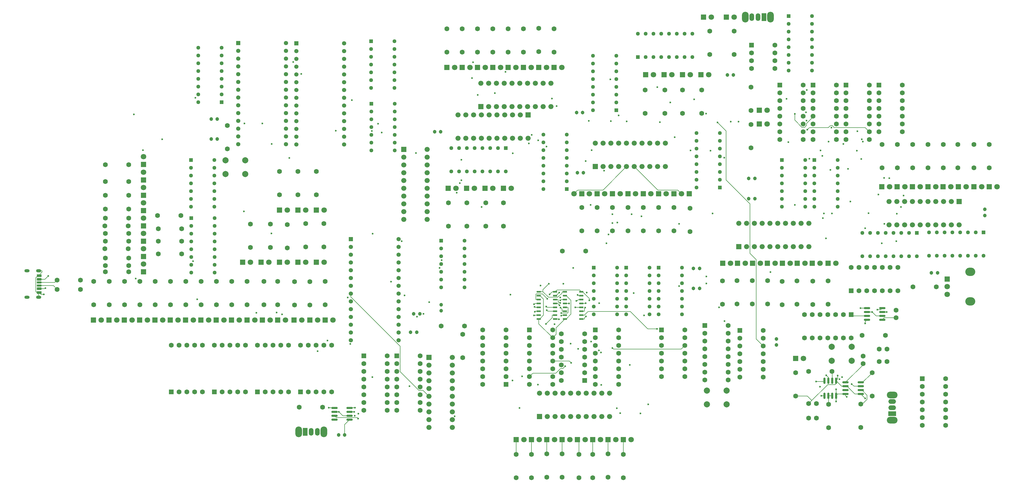
<source format=gbr>
%TF.GenerationSoftware,KiCad,Pcbnew,9.0.4-1.fc42app3*%
%TF.CreationDate,2025-11-06T21:39:45-06:00*%
%TF.ProjectId,8-Bit-PC,382d4269-742d-4504-932e-6b696361645f,1*%
%TF.SameCoordinates,Original*%
%TF.FileFunction,Copper,L1,Top*%
%TF.FilePolarity,Positive*%
%FSLAX46Y46*%
G04 Gerber Fmt 4.6, Leading zero omitted, Abs format (unit mm)*
G04 Created by KiCad (PCBNEW 9.0.4-1.fc42app3) date 2025-11-06 21:39:45*
%MOMM*%
%LPD*%
G01*
G04 APERTURE LIST*
G04 Aperture macros list*
%AMRoundRect*
0 Rectangle with rounded corners*
0 $1 Rounding radius*
0 $2 $3 $4 $5 $6 $7 $8 $9 X,Y pos of 4 corners*
0 Add a 4 corners polygon primitive as box body*
4,1,4,$2,$3,$4,$5,$6,$7,$8,$9,$2,$3,0*
0 Add four circle primitives for the rounded corners*
1,1,$1+$1,$2,$3*
1,1,$1+$1,$4,$5*
1,1,$1+$1,$6,$7*
1,1,$1+$1,$8,$9*
0 Add four rect primitives between the rounded corners*
20,1,$1+$1,$2,$3,$4,$5,0*
20,1,$1+$1,$4,$5,$6,$7,0*
20,1,$1+$1,$6,$7,$8,$9,0*
20,1,$1+$1,$8,$9,$2,$3,0*%
G04 Aperture macros list end*
%TA.AperFunction,ComponentPad*%
%ADD10C,1.600000*%
%TD*%
%TA.AperFunction,ComponentPad*%
%ADD11RoundRect,0.250000X-0.550000X-0.550000X0.550000X-0.550000X0.550000X0.550000X-0.550000X0.550000X0*%
%TD*%
%TA.AperFunction,SMDPad,CuDef*%
%ADD12RoundRect,0.150000X-0.825000X-0.150000X0.825000X-0.150000X0.825000X0.150000X-0.825000X0.150000X0*%
%TD*%
%TA.AperFunction,ComponentPad*%
%ADD13C,1.200000*%
%TD*%
%TA.AperFunction,ComponentPad*%
%ADD14R,1.295400X1.295400*%
%TD*%
%TA.AperFunction,ComponentPad*%
%ADD15C,1.295400*%
%TD*%
%TA.AperFunction,ComponentPad*%
%ADD16R,1.800000X1.800000*%
%TD*%
%TA.AperFunction,ComponentPad*%
%ADD17C,1.800000*%
%TD*%
%TA.AperFunction,ComponentPad*%
%ADD18R,1.378000X1.378000*%
%TD*%
%TA.AperFunction,ComponentPad*%
%ADD19C,1.378000*%
%TD*%
%TA.AperFunction,ComponentPad*%
%ADD20C,2.000000*%
%TD*%
%TA.AperFunction,ComponentPad*%
%ADD21R,1.600000X1.600000*%
%TD*%
%TA.AperFunction,SMDPad,CuDef*%
%ADD22RoundRect,0.150000X-0.150000X0.825000X-0.150000X-0.825000X0.150000X-0.825000X0.150000X0.825000X0*%
%TD*%
%TA.AperFunction,ComponentPad*%
%ADD23RoundRect,0.250000X0.550000X0.550000X-0.550000X0.550000X-0.550000X-0.550000X0.550000X-0.550000X0*%
%TD*%
%TA.AperFunction,ComponentPad*%
%ADD24R,1.676400X1.676400*%
%TD*%
%TA.AperFunction,ComponentPad*%
%ADD25C,1.676400*%
%TD*%
%TA.AperFunction,ComponentPad*%
%ADD26O,2.200000X3.500000*%
%TD*%
%TA.AperFunction,ComponentPad*%
%ADD27R,1.500000X2.500000*%
%TD*%
%TA.AperFunction,ComponentPad*%
%ADD28O,1.500000X2.500000*%
%TD*%
%TA.AperFunction,SMDPad,CuDef*%
%ADD29R,1.361700X0.558800*%
%TD*%
%TA.AperFunction,SMDPad,CuDef*%
%ADD30RoundRect,0.175000X-0.625000X0.175000X-0.625000X-0.175000X0.625000X-0.175000X0.625000X0.175000X0*%
%TD*%
%TA.AperFunction,SMDPad,CuDef*%
%ADD31RoundRect,0.200000X-0.600000X0.200000X-0.600000X-0.200000X0.600000X-0.200000X0.600000X0.200000X0*%
%TD*%
%TA.AperFunction,SMDPad,CuDef*%
%ADD32RoundRect,0.225000X-0.575000X0.225000X-0.575000X-0.225000X0.575000X-0.225000X0.575000X0.225000X0*%
%TD*%
%TA.AperFunction,HeatsinkPad*%
%ADD33O,1.700000X1.000000*%
%TD*%
%TA.AperFunction,ComponentPad*%
%ADD34O,3.240000X2.720000*%
%TD*%
%TA.AperFunction,ComponentPad*%
%ADD35RoundRect,0.250000X0.550000X-0.550000X0.550000X0.550000X-0.550000X0.550000X-0.550000X-0.550000X0*%
%TD*%
%TA.AperFunction,SMDPad,CuDef*%
%ADD36RoundRect,0.150000X0.825000X0.150000X-0.825000X0.150000X-0.825000X-0.150000X0.825000X-0.150000X0*%
%TD*%
%TA.AperFunction,ComponentPad*%
%ADD37RoundRect,0.250000X-0.550000X0.550000X-0.550000X-0.550000X0.550000X-0.550000X0.550000X0.550000X0*%
%TD*%
%TA.AperFunction,ComponentPad*%
%ADD38O,3.500000X2.200000*%
%TD*%
%TA.AperFunction,ComponentPad*%
%ADD39R,2.500000X1.500000*%
%TD*%
%TA.AperFunction,ComponentPad*%
%ADD40O,2.500000X1.500000*%
%TD*%
%TA.AperFunction,ViaPad*%
%ADD41C,0.600000*%
%TD*%
%TA.AperFunction,Conductor*%
%ADD42C,0.200000*%
%TD*%
G04 APERTURE END LIST*
D10*
%TO.P,R14,1*%
%TO.N,Net-(D16-K)*%
X266917100Y-109792300D03*
%TO.P,R14,2*%
%TO.N,GND*%
X266917100Y-117412300D03*
%TD*%
D11*
%TO.P,U5,1*%
%TO.N,Net-(U3-Q)*%
X253130000Y-125790000D03*
D10*
%TO.P,U5,2*%
%TO.N,Net-(U4-Pad4)*%
X253130000Y-128330000D03*
%TO.P,U5,3*%
%TO.N,Net-(U52-Zb)*%
X253130000Y-130870000D03*
%TO.P,U5,4*%
%TO.N,Net-(U21-D1)*%
X253130000Y-133410000D03*
%TO.P,U5,5*%
%TO.N,Net-(U52-Zc)*%
X253130000Y-135950000D03*
%TO.P,U5,6*%
%TO.N,Net-(U21-D2)*%
X253130000Y-138490000D03*
%TO.P,U5,7,GND*%
%TO.N,GND*%
X253130000Y-141030000D03*
%TO.P,U5,8*%
%TO.N,Net-(U4-Pad10)*%
X260750000Y-141030000D03*
%TO.P,U5,9*%
%TO.N,HLT*%
X260750000Y-138490000D03*
%TO.P,U5,10*%
%TO.N,Net-(U23-D1)*%
X260750000Y-135950000D03*
%TO.P,U5,11*%
%TO.N,Net-(U24-Zc)*%
X260750000Y-133410000D03*
%TO.P,U5,12*%
%TO.N,~{CLK}*%
X260750000Y-130870000D03*
%TO.P,U5,13*%
%TO.N,CLK*%
X260750000Y-128330000D03*
%TO.P,U5,14,VCC*%
%TO.N,VCC*%
X260750000Y-125790000D03*
%TD*%
D12*
%TO.P,U1,1,GND*%
%TO.N,GND*%
X294592100Y-118507300D03*
%TO.P,U1,2,TR*%
%TO.N,Net-(U1-THR)*%
X294592100Y-119777300D03*
%TO.P,U1,3,Q*%
%TO.N,Net-(U1-Q)*%
X294592100Y-121047300D03*
%TO.P,U1,4,R*%
%TO.N,VCC*%
X294592100Y-122317300D03*
%TO.P,U1,5,CV*%
%TO.N,Net-(U1-CV)*%
X299542100Y-122317300D03*
%TO.P,U1,6,THR*%
%TO.N,Net-(U1-THR)*%
X299542100Y-121047300D03*
%TO.P,U1,7,DIS*%
%TO.N,Net-(U1-DIS)*%
X299542100Y-119777300D03*
%TO.P,U1,8,VCC*%
%TO.N,VCC*%
X299542100Y-118507300D03*
%TD*%
D13*
%TO.P,C8,1*%
%TO.N,VCC*%
X333040000Y-86300000D03*
%TO.P,C8,2*%
%TO.N,GND*%
X333040000Y-88300000D03*
%TD*%
D10*
%TO.P,C3,1*%
%TO.N,GND*%
X275567100Y-149662300D03*
%TO.P,C3,2*%
%TO.N,Net-(U2-DIS)*%
X278067100Y-149662300D03*
%TD*%
%TO.P,R94,1*%
%TO.N,Net-(D025-K)*%
X319460000Y-72670000D03*
%TO.P,R94,2*%
%TO.N,GND*%
X319460000Y-65050000D03*
%TD*%
D11*
%TO.P,U52,1,S*%
%TO.N,/MAR/PROG*%
X205977100Y-125657300D03*
D10*
%TO.P,U52,2,I0a*%
%TO.N,Net-(U52-I0a)*%
X205977100Y-128197300D03*
%TO.P,U52,3,I1a*%
%TO.N,BUS_7*%
X205977100Y-130737300D03*
%TO.P,U52,4,Za*%
%TO.N,Net-(U52-Za)*%
X205977100Y-133277300D03*
%TO.P,U52,5,I0b*%
%TO.N,Net-(U52-I0b)*%
X205977100Y-135817300D03*
%TO.P,U52,6,I1b*%
%TO.N,BUS_6*%
X205977100Y-138357300D03*
%TO.P,U52,7,Zb*%
%TO.N,Net-(U52-Zb)*%
X205977100Y-140897300D03*
%TO.P,U52,8,GND*%
%TO.N,GND*%
X205977100Y-143437300D03*
%TO.P,U52,9,Zd*%
%TO.N,Net-(U52-Zd)*%
X213597100Y-143437300D03*
%TO.P,U52,10,I1d*%
%TO.N,BUS_4*%
X213597100Y-140897300D03*
%TO.P,U52,11,I0d*%
%TO.N,Net-(U52-I0d)*%
X213597100Y-138357300D03*
%TO.P,U52,12,Zc*%
%TO.N,Net-(U52-Zc)*%
X213597100Y-135817300D03*
%TO.P,U52,13,I1c*%
%TO.N,BUS_5*%
X213597100Y-133277300D03*
%TO.P,U52,14,I0c*%
%TO.N,Net-(U52-I0c)*%
X213597100Y-130737300D03*
%TO.P,U52,15,E*%
%TO.N,GND*%
X213597100Y-128197300D03*
%TO.P,U52,16,VCC*%
%TO.N,VCC*%
X213597100Y-125657300D03*
%TD*%
%TO.P,R83,1*%
%TO.N,Net-(D112-K)*%
X157500000Y-34920000D03*
%TO.P,R83,2*%
%TO.N,GND*%
X157500000Y-27300000D03*
%TD*%
%TO.P,R87,1*%
%TO.N,Net-(D116-K)*%
X177500000Y-34920000D03*
%TO.P,R87,2*%
%TO.N,GND*%
X177500000Y-27300000D03*
%TD*%
D14*
%TO.P,U8,1,Oe1*%
%TO.N,GND*%
X310870000Y-93930000D03*
D15*
%TO.P,U8,2,Oe2*%
X308330000Y-93930000D03*
%TO.P,U8,3,Q0*%
%TO.N,/ALU/B_7*%
X305790000Y-93930000D03*
%TO.P,U8,4,Q1*%
%TO.N,/ALU/B_6*%
X303250000Y-93930000D03*
%TO.P,U8,5,Q2*%
%TO.N,/ALU/B_5*%
X300710000Y-93930000D03*
%TO.P,U8,6,Q3*%
%TO.N,/ALU/B_4*%
X298170000Y-93930000D03*
%TO.P,U8,7,Cp*%
%TO.N,CLK*%
X295630000Y-93930000D03*
%TO.P,U8,8,GND*%
%TO.N,GND*%
X293090000Y-93930000D03*
%TO.P,U8,9,E1*%
%TO.N,~{BI}*%
X293090000Y-101550000D03*
%TO.P,U8,10,E2*%
X295630000Y-101550000D03*
%TO.P,U8,11,D3*%
%TO.N,BUS_4*%
X298170000Y-101550000D03*
%TO.P,U8,12,D2*%
%TO.N,BUS_5*%
X300710000Y-101550000D03*
%TO.P,U8,13,D1*%
%TO.N,BUS_6*%
X303250000Y-101550000D03*
%TO.P,U8,14,D0*%
%TO.N,BUS_7*%
X305790000Y-101550000D03*
%TO.P,U8,15,Mr*%
%TO.N,CLR*%
X308330000Y-101550000D03*
%TO.P,U8,16,VCC*%
%TO.N,VCC*%
X310870000Y-101550000D03*
%TD*%
D11*
%TO.P,U20,1*%
%TO.N,Net-(U51-Zc)*%
X227527100Y-125667300D03*
D10*
%TO.P,U20,2*%
%TO.N,Net-(U21-\u002AWE)*%
X227527100Y-128207300D03*
%TO.P,U20,3*%
%TO.N,Net-(U24-Zb)*%
X227527100Y-130747300D03*
%TO.P,U20,4*%
%TO.N,Net-(U23-D3)*%
X227527100Y-133287300D03*
%TO.P,U20,5*%
%TO.N,Net-(U24-Za)*%
X227527100Y-135827300D03*
%TO.P,U20,6*%
%TO.N,Net-(U23-D2)*%
X227527100Y-138367300D03*
%TO.P,U20,7,GND*%
%TO.N,GND*%
X227527100Y-140907300D03*
%TO.P,U20,8*%
%TO.N,Net-(U21-D3)*%
X235147100Y-140907300D03*
%TO.P,U20,9*%
%TO.N,Net-(U52-Zd)*%
X235147100Y-138367300D03*
%TO.P,U20,10*%
%TO.N,N/C*%
X235147100Y-135827300D03*
%TO.P,U20,11*%
X235147100Y-133287300D03*
%TO.P,U20,12*%
%TO.N,Net-(U23-D0)*%
X235147100Y-130747300D03*
%TO.P,U20,13*%
%TO.N,Net-(U24-Zd)*%
X235147100Y-128207300D03*
%TO.P,U20,14,VCC*%
%TO.N,VCC*%
X235147100Y-125667300D03*
%TD*%
D14*
%TO.P,U41,1,~{MR}*%
%TO.N,Net-(U41-~{MR})*%
X84032100Y-51252300D03*
D15*
%TO.P,U41,2,CP*%
%TO.N,~{CLK}*%
X84032100Y-48712300D03*
%TO.P,U41,3,D0*%
%TO.N,unconnected-(U41-D0-Pad3)*%
X84032100Y-46172300D03*
%TO.P,U41,4,D1*%
%TO.N,unconnected-(U41-D1-Pad4)*%
X84032100Y-43632300D03*
%TO.P,U41,5,D2*%
%TO.N,unconnected-(U41-D2-Pad5)*%
X84032100Y-41092300D03*
%TO.P,U41,6,D3*%
%TO.N,unconnected-(U41-D3-Pad6)*%
X84032100Y-38552300D03*
%TO.P,U41,7,CEP*%
%TO.N,VCC*%
X84032100Y-36012300D03*
%TO.P,U41,8,GND*%
%TO.N,GND*%
X84032100Y-33472300D03*
%TO.P,U41,9,~{PE}*%
%TO.N,VCC*%
X76412100Y-33472300D03*
%TO.P,U41,10,CET*%
X76412100Y-36012300D03*
%TO.P,U41,11,Q3*%
%TO.N,unconnected-(U41-Q3-Pad11)*%
X76412100Y-38552300D03*
%TO.P,U41,12,Q2*%
%TO.N,Net-(D61-A)*%
X76412100Y-41092300D03*
%TO.P,U41,13,Q1*%
%TO.N,Net-(D60-A)*%
X76412100Y-43632300D03*
%TO.P,U41,14,Q0*%
%TO.N,Net-(D59-A)*%
X76412100Y-46172300D03*
%TO.P,U41,15,TC*%
%TO.N,unconnected-(U41-TC-Pad15)*%
X76412100Y-48712300D03*
%TO.P,U41,16,VCC*%
%TO.N,VCC*%
X76412100Y-51252300D03*
%TD*%
D13*
%TO.P,C11,1*%
%TO.N,VCC*%
X249000000Y-42420000D03*
%TO.P,C11,2*%
%TO.N,GND*%
X251000000Y-42420000D03*
%TD*%
D16*
%TO.P,D31,1,K*%
%TO.N,Net-(D31-K)*%
X205080000Y-161420000D03*
D17*
%TO.P,D31,2,A*%
%TO.N,Net-(D31-A)*%
X207620000Y-161420000D03*
%TD*%
D16*
%TO.P,D116,1,K*%
%TO.N,Net-(D116-K)*%
X177460000Y-39920000D03*
D17*
%TO.P,D116,2,A*%
%TO.N,Net-(D116-A)*%
X180000000Y-39920000D03*
%TD*%
D10*
%TO.P,R32,1*%
%TO.N,Net-(C14-Pad2)*%
X202817100Y-99912300D03*
%TO.P,R32,2*%
%TO.N,GND*%
X195197100Y-99912300D03*
%TD*%
D11*
%TO.P,U6,1*%
%TO.N,Net-(U4-Pad3)*%
X312620000Y-141580000D03*
D10*
%TO.P,U6,2*%
%TO.N,Net-(U4-Pad6)*%
X312620000Y-144120000D03*
%TO.P,U6,3*%
%TO.N,Net-(U4-Pad9)*%
X312620000Y-146660000D03*
%TO.P,U6,4*%
%TO.N,unconnected-(U6-Pad4)*%
X312620000Y-149200000D03*
%TO.P,U6,5*%
%TO.N,unconnected-(U6-Pad5)*%
X312620000Y-151740000D03*
%TO.P,U6,6*%
%TO.N,unconnected-(U6-Pad6)*%
X312620000Y-154280000D03*
%TO.P,U6,7,GND*%
%TO.N,GND*%
X312620000Y-156820000D03*
%TO.P,U6,8*%
%TO.N,unconnected-(U6-Pad8)*%
X320240000Y-156820000D03*
%TO.P,U6,9*%
%TO.N,unconnected-(U6-Pad9)*%
X320240000Y-154280000D03*
%TO.P,U6,10*%
%TO.N,unconnected-(U6-Pad10)*%
X320240000Y-151740000D03*
%TO.P,U6,11*%
%TO.N,unconnected-(U6-Pad11)*%
X320240000Y-149200000D03*
%TO.P,U6,12*%
%TO.N,unconnected-(U6-Pad12)*%
X320240000Y-146660000D03*
%TO.P,U6,13*%
%TO.N,unconnected-(U6-Pad13)*%
X320240000Y-144120000D03*
%TO.P,U6,14,VCC*%
%TO.N,VCC*%
X320240000Y-141580000D03*
%TD*%
D16*
%TO.P,D57,1,K*%
%TO.N,Net-(D57-K)*%
X108902100Y-103552300D03*
D17*
%TO.P,D57,2,A*%
%TO.N,Net-(D57-A)*%
X111442100Y-103552300D03*
%TD*%
D16*
%TO.P,D53,1,K*%
%TO.N,Net-(D53-K)*%
X117787100Y-122412300D03*
D17*
%TO.P,D53,2,A*%
%TO.N,Net-(D53-A)*%
X120327100Y-122412300D03*
%TD*%
D10*
%TO.P,R15,1*%
%TO.N,Net-(D17-K)*%
X271717100Y-109602300D03*
%TO.P,R15,2*%
%TO.N,GND*%
X271717100Y-117222300D03*
%TD*%
%TO.P,R13,1*%
%TO.N,Net-(D15-K)*%
X262167100Y-109542300D03*
%TO.P,R13,2*%
%TO.N,GND*%
X262167100Y-117162300D03*
%TD*%
D16*
%TO.P,D112,1,K*%
%TO.N,Net-(D112-K)*%
X157500000Y-39920000D03*
D17*
%TO.P,D112,2,A*%
%TO.N,IR_7*%
X160040000Y-39920000D03*
%TD*%
D10*
%TO.P,R16,1*%
%TO.N,GND*%
X276917100Y-117352300D03*
%TO.P,R16,2*%
%TO.N,Net-(D18-K)*%
X276917100Y-109732300D03*
%TD*%
D16*
%TO.P,D14,1,K*%
%TO.N,Net-(D14-K)*%
X259460000Y-53920000D03*
D17*
%TO.P,D14,2,A*%
%TO.N,CF*%
X262000000Y-53920000D03*
%TD*%
D10*
%TO.P,R3,1*%
%TO.N,VCC*%
X275507100Y-139162300D03*
%TO.P,R3,2*%
%TO.N,Net-(U2-TR)*%
X283127100Y-139162300D03*
%TD*%
%TO.P,R65,1*%
%TO.N,Net-(D62-K)*%
X53667700Y-106657100D03*
%TO.P,R65,2*%
%TO.N,GND*%
X46047700Y-106657100D03*
%TD*%
%TO.P,R20,1*%
%TO.N,Net-(D20-K)*%
X222197100Y-47272300D03*
%TO.P,R20,2*%
%TO.N,GND*%
X222197100Y-54892300D03*
%TD*%
D16*
%TO.P,D69,1,K*%
%TO.N,Net-(D69-K)*%
X58500000Y-71650000D03*
D17*
%TO.P,D69,2,A*%
%TO.N,BUS_7*%
X58500000Y-69110000D03*
%TD*%
D16*
%TO.P,D13,1,K*%
%TO.N,Net-(D13-K)*%
X257242100Y-103852300D03*
D17*
%TO.P,D13,2,A*%
%TO.N,Net-(D13-A)*%
X259782100Y-103852300D03*
%TD*%
D10*
%TO.P,R97,1*%
%TO.N,Net-(D028-K)*%
X304460000Y-72670000D03*
%TO.P,R97,2*%
%TO.N,GND*%
X304460000Y-65050000D03*
%TD*%
D18*
%TO.P,U43,1*%
%TO.N,N/C*%
X89442550Y-32020000D03*
D19*
%TO.P,U43,2,A12*%
%TO.N,GND*%
X89442550Y-34560000D03*
%TO.P,U43,3,A7*%
X89442550Y-37100000D03*
%TO.P,U43,4,A6*%
%TO.N,IR_7*%
X89442550Y-39640000D03*
%TO.P,U43,5,A5*%
%TO.N,IR_6*%
X89442550Y-42180000D03*
%TO.P,U43,6,A4*%
%TO.N,IR_5*%
X89442550Y-44720000D03*
%TO.P,U43,7,A3*%
%TO.N,IR_4*%
X89442550Y-47260000D03*
%TO.P,U43,8,A2*%
%TO.N,Net-(D61-A)*%
X89442550Y-49800000D03*
%TO.P,U43,9,A1*%
%TO.N,Net-(D60-A)*%
X89442550Y-52340000D03*
%TO.P,U43,10,A0*%
%TO.N,Net-(D59-A)*%
X89442550Y-54880000D03*
%TO.P,U43,11,I/O0*%
%TO.N,Net-(D45-A)*%
X89442550Y-57420000D03*
%TO.P,U43,12,I/O1*%
%TO.N,Net-(D44-A)*%
X89442550Y-59960000D03*
%TO.P,U43,13,I/O2*%
%TO.N,Net-(D43-A)*%
X89442550Y-62500000D03*
%TO.P,U43,14,GND*%
%TO.N,GND*%
X89442550Y-65040000D03*
%TO.P,U43,15,I/O3*%
%TO.N,Net-(D42-A)*%
X105000050Y-65040000D03*
%TO.P,U43,16,I/O4*%
%TO.N,Net-(D41-A)*%
X105000050Y-62500000D03*
%TO.P,U43,17,I/O5*%
%TO.N,RI*%
X105000050Y-59960000D03*
%TO.P,U43,18,I/O6*%
%TO.N,Net-(D39-A)*%
X105000050Y-57420000D03*
%TO.P,U43,19,I/O7*%
%TO.N,HLT*%
X105000050Y-54880000D03*
%TO.P,U43,20,~{CE}*%
%TO.N,GND*%
X105000050Y-52340000D03*
%TO.P,U43,21,A10*%
X105000050Y-49800000D03*
%TO.P,U43,22,~{OE}*%
X105000050Y-47260000D03*
%TO.P,U43,23,A11*%
X105000050Y-44720000D03*
%TO.P,U43,24,A9*%
%TO.N,ZF*%
X105000050Y-42180000D03*
%TO.P,U43,25,A8*%
%TO.N,CF*%
X105000050Y-39640000D03*
%TO.P,U43,26*%
%TO.N,N/C*%
X105000050Y-37100000D03*
%TO.P,U43,27,~{WE}*%
%TO.N,VCC*%
X105000050Y-34560000D03*
%TO.P,U43,28,VCC*%
X105000050Y-32020000D03*
%TD*%
D16*
%TO.P,D17,1,K*%
%TO.N,Net-(D17-K)*%
X271842100Y-103852300D03*
D17*
%TO.P,D17,2,A*%
%TO.N,Net-(D17-A)*%
X274382100Y-103852300D03*
%TD*%
D16*
%TO.P,D59,1,K*%
%TO.N,Net-(D59-K)*%
X102902100Y-86552300D03*
D17*
%TO.P,D59,2,A*%
%TO.N,Net-(D59-A)*%
X105442100Y-86552300D03*
%TD*%
D16*
%TO.P,D115,1,K*%
%TO.N,Net-(D115-K)*%
X172460000Y-39920000D03*
D17*
%TO.P,D115,2,A*%
%TO.N,IR_4*%
X175000000Y-39920000D03*
%TD*%
D20*
%TO.P,SW6,1,1*%
%TO.N,GND*%
X248817100Y-149927300D03*
X242317100Y-149927300D03*
%TO.P,SW6,2,2*%
%TO.N,Net-(U51-I0c)*%
X248817100Y-145427300D03*
X242317100Y-145427300D03*
%TD*%
D16*
%TO.P,D30,1,K*%
%TO.N,Net-(D30-K)*%
X200120000Y-161420000D03*
D17*
%TO.P,D30,2,A*%
%TO.N,Net-(D30-A)*%
X202660000Y-161420000D03*
%TD*%
D11*
%TO.P,U32,1,C*%
%TO.N,Net-(U31-Q)*%
X130383900Y-134069100D03*
D10*
%TO.P,U32,2,~{S}*%
%TO.N,VCC*%
X130383900Y-136609100D03*
%TO.P,U32,3,~{R}*%
X130383900Y-139149100D03*
%TO.P,U32,4,J*%
X130383900Y-141689100D03*
%TO.P,U32,5,VCC*%
X130383900Y-144229100D03*
%TO.P,U32,6,C*%
%TO.N,Net-(U32A-~{Q})*%
X130383900Y-146769100D03*
%TO.P,U32,7,~{S}*%
%TO.N,VCC*%
X130383900Y-149309100D03*
%TO.P,U32,8,~{R}*%
X130383900Y-151849100D03*
%TO.P,U32,9,J*%
X138003900Y-151849100D03*
%TO.P,U32,10,~{Q}*%
%TO.N,Net-(U32B-~{Q})*%
X138003900Y-149309100D03*
%TO.P,U32,11,Q*%
%TO.N,unconnected-(U32B-Q-Pad11)*%
X138003900Y-146769100D03*
%TO.P,U32,12,K*%
%TO.N,VCC*%
X138003900Y-144229100D03*
%TO.P,U32,13,GND*%
%TO.N,GND*%
X138003900Y-141689100D03*
%TO.P,U32,14,~{Q}*%
%TO.N,Net-(U32A-~{Q})*%
X138003900Y-139149100D03*
%TO.P,U32,15,Q*%
%TO.N,unconnected-(U32A-Q-Pad15)*%
X138003900Y-136609100D03*
%TO.P,U32,16,K*%
%TO.N,VCC*%
X138003900Y-134069100D03*
%TD*%
D16*
%TO.P,D50,1,K*%
%TO.N,Net-(D50-K)*%
X102277100Y-122412300D03*
D17*
%TO.P,D50,2,A*%
%TO.N,CE*%
X104817100Y-122412300D03*
%TD*%
D21*
%TO.P,U35,1,E*%
%TO.N,Net-(U34-E)*%
X81636400Y-145879100D03*
D10*
%TO.P,U35,2,D*%
%TO.N,Net-(U34-D)*%
X84176400Y-145879100D03*
%TO.P,U35,3,CC*%
%TO.N,Net-(U33A-O0)*%
X86716400Y-145879100D03*
%TO.P,U35,4,C*%
%TO.N,Net-(U34-C)*%
X89256400Y-145879100D03*
%TO.P,U35,5,DP*%
%TO.N,Net-(U34-DP)*%
X91796400Y-145879100D03*
%TO.P,U35,6,B*%
%TO.N,Net-(U34-B)*%
X91796400Y-130639100D03*
%TO.P,U35,7,A*%
%TO.N,Net-(U34-A)*%
X89256400Y-130639100D03*
%TO.P,U35,8,CC*%
%TO.N,Net-(U33A-O0)*%
X86716400Y-130639100D03*
%TO.P,U35,9,F*%
%TO.N,Net-(U34-F)*%
X84176400Y-130639100D03*
%TO.P,U35,10,G*%
%TO.N,Net-(U34-G)*%
X81636400Y-130639100D03*
%TD*%
D16*
%TO.P,D11,1,K*%
%TO.N,Net-(D11-K)*%
X247477100Y-103852300D03*
D17*
%TO.P,D11,2,A*%
%TO.N,Net-(D11-A)*%
X250017100Y-103852300D03*
%TD*%
D16*
%TO.P,D25,1,K*%
%TO.N,Net-(D25-K)*%
X248710000Y-23500000D03*
D17*
%TO.P,D25,2,A*%
%TO.N,Net-(D25-A)*%
X251250000Y-23500000D03*
%TD*%
D10*
%TO.P,R57,1*%
%TO.N,Net-(D57-A)*%
X111412100Y-98552300D03*
%TO.P,R57,2*%
%TO.N,VCC*%
X111412100Y-90932300D03*
%TD*%
D11*
%TO.P,U33,1,E*%
%TO.N,GND*%
X141163900Y-134069100D03*
D10*
%TO.P,U33,2,A0*%
%TO.N,Net-(U32A-~{Q})*%
X141163900Y-136609100D03*
%TO.P,U33,3,A1*%
%TO.N,Net-(U32B-~{Q})*%
X141163900Y-139149100D03*
%TO.P,U33,4,O0*%
%TO.N,Net-(U33A-O0)*%
X141163900Y-141689100D03*
%TO.P,U33,5,O1*%
%TO.N,Net-(U33A-O1)*%
X141163900Y-144229100D03*
%TO.P,U33,6,O2*%
%TO.N,Net-(U33A-O2)*%
X141163900Y-146769100D03*
%TO.P,U33,7,O3*%
%TO.N,Net-(U33A-O3)*%
X141163900Y-149309100D03*
%TO.P,U33,8,GND*%
%TO.N,GND*%
X141163900Y-151849100D03*
%TO.P,U33,9*%
%TO.N,N/C*%
X148783900Y-151849100D03*
%TO.P,U33,10*%
X148783900Y-149309100D03*
%TO.P,U33,11*%
X148783900Y-146769100D03*
%TO.P,U33,12*%
X148783900Y-144229100D03*
%TO.P,U33,13*%
X148783900Y-141689100D03*
%TO.P,U33,14*%
X148783900Y-139149100D03*
%TO.P,U33,15*%
X148783900Y-136609100D03*
%TO.P,U33,16,VCC*%
%TO.N,VCC*%
X148783900Y-134069100D03*
%TD*%
D16*
%TO.P,D38,1,K*%
%TO.N,Net-(D38-K)*%
X42227100Y-122412300D03*
D17*
%TO.P,D38,2,A*%
%TO.N,HLT*%
X44767100Y-122412300D03*
%TD*%
D10*
%TO.P,R72,1*%
%TO.N,Net-(D69-K)*%
X53667700Y-71657100D03*
%TO.P,R72,2*%
%TO.N,GND*%
X46047700Y-71657100D03*
%TD*%
D13*
%TO.P,C18,1*%
%TO.N,VCC*%
X148666400Y-120379100D03*
%TO.P,C18,2*%
%TO.N,GND*%
X146666400Y-120379100D03*
%TD*%
D16*
%TO.P,D42,1,K*%
%TO.N,Net-(D42-K)*%
X62227100Y-122412300D03*
D17*
%TO.P,D42,2,A*%
%TO.N,Net-(D42-A)*%
X64767100Y-122412300D03*
%TD*%
D16*
%TO.P,D8,1,K*%
%TO.N,Net-(D8-K)*%
X231587100Y-81162300D03*
D17*
%TO.P,D8,2,A*%
%TO.N,/ALU/A_1*%
X229047100Y-81162300D03*
%TD*%
D10*
%TO.P,R52,1*%
%TO.N,Net-(D50-K)*%
X102317100Y-117412300D03*
%TO.P,R52,2*%
%TO.N,GND*%
X102317100Y-109792300D03*
%TD*%
%TO.P,R89,1*%
%TO.N,Net-(D118-K)*%
X187500000Y-34790000D03*
%TO.P,R89,2*%
%TO.N,GND*%
X187500000Y-27170000D03*
%TD*%
%TO.P,R31,1*%
%TO.N,Net-(D33-K)*%
X215120000Y-166300000D03*
%TO.P,R31,2*%
%TO.N,GND*%
X215120000Y-173920000D03*
%TD*%
%TO.P,R5,1*%
%TO.N,VCC*%
X292567100Y-157472300D03*
%TO.P,R5,2*%
%TO.N,Net-(SW2-A)*%
X292567100Y-149852300D03*
%TD*%
D16*
%TO.P,D022,1,K*%
%TO.N,Net-(D022-K)*%
X334460000Y-78920000D03*
D17*
%TO.P,D022,2,A*%
%TO.N,/ALU/B_7*%
X337000000Y-78920000D03*
%TD*%
D10*
%TO.P,R90,1*%
%TO.N,Net-(D119-K)*%
X192500000Y-34920000D03*
%TO.P,R90,2*%
%TO.N,GND*%
X192500000Y-27300000D03*
%TD*%
D13*
%TO.P,C10,1*%
%TO.N,VCC*%
X255993900Y-82749100D03*
%TO.P,C10,2*%
%TO.N,GND*%
X257993900Y-82749100D03*
%TD*%
D22*
%TO.P,U2,1,GND*%
%TO.N,GND*%
X284472100Y-142187300D03*
%TO.P,U2,2,TR*%
%TO.N,Net-(U2-TR)*%
X283202100Y-142187300D03*
%TO.P,U2,3,Q*%
%TO.N,Net-(U2-Q)*%
X281932100Y-142187300D03*
%TO.P,U2,4,R*%
%TO.N,VCC*%
X280662100Y-142187300D03*
%TO.P,U2,5,CV*%
%TO.N,Net-(U2-CV)*%
X280662100Y-147137300D03*
%TO.P,U2,6,THR*%
%TO.N,Net-(U2-DIS)*%
X281932100Y-147137300D03*
%TO.P,U2,7,DIS*%
X283202100Y-147137300D03*
%TO.P,U2,8,VCC*%
%TO.N,VCC*%
X284472100Y-147137300D03*
%TD*%
D13*
%TO.P,C7,1*%
%TO.N,Net-(U1-THR)*%
X317605000Y-107040000D03*
%TO.P,C7,2*%
%TO.N,GND*%
X315605000Y-107040000D03*
%TD*%
D16*
%TO.P,D54,1,K*%
%TO.N,Net-(D54-K)*%
X90872100Y-103552300D03*
D17*
%TO.P,D54,2,A*%
%TO.N,Net-(D54-A)*%
X93412100Y-103552300D03*
%TD*%
D10*
%TO.P,R74,1*%
%TO.N,BUS_6*%
X63325000Y-92640000D03*
%TO.P,R74,2*%
%TO.N,GND*%
X70945000Y-92640000D03*
%TD*%
D16*
%TO.P,D44,1,K*%
%TO.N,Net-(D44-K)*%
X72277100Y-122412300D03*
D17*
%TO.P,D44,2,A*%
%TO.N,Net-(D44-A)*%
X74817100Y-122412300D03*
%TD*%
D16*
%TO.P,D48,1,K*%
%TO.N,Net-(D48-K)*%
X92277100Y-122412300D03*
D17*
%TO.P,D48,2,A*%
%TO.N,Net-(D48-A)*%
X94817100Y-122412300D03*
%TD*%
D23*
%TO.P,SW5,1*%
%TO.N,Net-(U24-I0d)*%
X176817100Y-143412300D03*
D10*
%TO.P,SW5,2*%
%TO.N,Net-(U24-I0c)*%
X176817100Y-140872300D03*
%TO.P,SW5,3*%
%TO.N,GND*%
X176817100Y-138332300D03*
%TO.P,SW5,4*%
X176817100Y-135792300D03*
%TO.P,SW5,5*%
%TO.N,Net-(U52-I0d)*%
X176817100Y-133252300D03*
%TO.P,SW5,6*%
%TO.N,Net-(U52-I0c)*%
X176817100Y-130712300D03*
%TO.P,SW5,7*%
%TO.N,GND*%
X176817100Y-128172300D03*
%TO.P,SW5,8*%
X176817100Y-125632300D03*
%TO.P,SW5,9*%
%TO.N,Net-(U52-I0a)*%
X169197100Y-125632300D03*
%TO.P,SW5,10*%
%TO.N,Net-(U52-I0b)*%
X169197100Y-128172300D03*
%TO.P,SW5,11*%
%TO.N,GND*%
X169197100Y-130712300D03*
%TO.P,SW5,12*%
X169197100Y-133252300D03*
%TO.P,SW5,13*%
%TO.N,Net-(U24-I0a)*%
X169197100Y-135792300D03*
%TO.P,SW5,14*%
%TO.N,Net-(U24-I0b)*%
X169197100Y-138332300D03*
%TO.P,SW5,15*%
%TO.N,GND*%
X169197100Y-140872300D03*
%TO.P,SW5,16*%
X169197100Y-143412300D03*
%TD*%
D24*
%TO.P,U29,1,A->B*%
%TO.N,GND*%
X143430000Y-66740000D03*
D25*
%TO.P,U29,2,A0*%
%TO.N,unconnected-(U29-A0-Pad2)*%
X143430000Y-69280000D03*
%TO.P,U29,3,A1*%
%TO.N,unconnected-(U29-A1-Pad3)*%
X143430000Y-71820000D03*
%TO.P,U29,4,A2*%
%TO.N,unconnected-(U29-A2-Pad4)*%
X143430000Y-74360000D03*
%TO.P,U29,5,A3*%
%TO.N,unconnected-(U29-A3-Pad5)*%
X143430000Y-76900000D03*
%TO.P,U29,6,A4*%
%TO.N,BUS_3*%
X143430000Y-79440000D03*
%TO.P,U29,7,A5*%
%TO.N,BUS_2*%
X143430000Y-81980000D03*
%TO.P,U29,8,A6*%
%TO.N,BUS_1*%
X143430000Y-84520000D03*
%TO.P,U29,9,A7*%
%TO.N,BUS_0*%
X143430000Y-87060000D03*
%TO.P,U29,10,GND*%
%TO.N,GND*%
X143430000Y-89600000D03*
%TO.P,U29,11,B7*%
%TO.N,Net-(D37-A)*%
X151050000Y-89600000D03*
%TO.P,U29,12,B6*%
%TO.N,Net-(D36-A)*%
X151050000Y-87060000D03*
%TO.P,U29,13,B5*%
%TO.N,Net-(D35-A)*%
X151050000Y-84520000D03*
%TO.P,U29,14,B4*%
%TO.N,Net-(D34-A)*%
X151050000Y-81980000D03*
%TO.P,U29,15,B3*%
%TO.N,unconnected-(U29-B3-Pad15)*%
X151050000Y-79440000D03*
%TO.P,U29,16,B2*%
%TO.N,unconnected-(U29-B2-Pad16)*%
X151050000Y-76900000D03*
%TO.P,U29,17,B1*%
%TO.N,unconnected-(U29-B1-Pad17)*%
X151050000Y-74360000D03*
%TO.P,U29,18,B0*%
%TO.N,unconnected-(U29-B0-Pad18)*%
X151050000Y-71820000D03*
%TO.P,U29,19,CE*%
%TO.N,~{CO}*%
X151050000Y-69280000D03*
%TO.P,U29,20,VCC*%
%TO.N,VCC*%
X151050000Y-66740000D03*
%TD*%
D10*
%TO.P,R39,1*%
%TO.N,Net-(SW7-A)*%
X109356400Y-150879100D03*
%TO.P,R39,2*%
%TO.N,GND*%
X116976400Y-150879100D03*
%TD*%
D16*
%TO.P,D10,1,K*%
%TO.N,Net-(D10-K)*%
X259460000Y-58420000D03*
D17*
%TO.P,D10,2,A*%
%TO.N,ZF*%
X262000000Y-58420000D03*
%TD*%
D16*
%TO.P,D028,1,K*%
%TO.N,Net-(D028-K)*%
X304440000Y-78920000D03*
D17*
%TO.P,D028,2,A*%
%TO.N,/ALU/B_1*%
X306980000Y-78920000D03*
%TD*%
D10*
%TO.P,R44,1*%
%TO.N,Net-(D42-K)*%
X62317100Y-117412300D03*
%TO.P,R44,2*%
%TO.N,GND*%
X62317100Y-109792300D03*
%TD*%
D16*
%TO.P,D20,1,K*%
%TO.N,Net-(D20-K)*%
X222397100Y-42332300D03*
D17*
%TO.P,D20,2,A*%
%TO.N,/MAR/A3*%
X224937100Y-42332300D03*
%TD*%
D23*
%TO.P,U22,1*%
%TO.N,Net-(U52-Za)*%
X202437100Y-142152300D03*
D10*
%TO.P,U22,2*%
%TO.N,Net-(U21-D0)*%
X202437100Y-139612300D03*
%TO.P,U22,3*%
%TO.N,unconnected-(U22-Pad3)*%
X202437100Y-137072300D03*
%TO.P,U22,4*%
%TO.N,unconnected-(U22-Pad4)*%
X202437100Y-134532300D03*
%TO.P,U22,5*%
%TO.N,unconnected-(U22-Pad5)*%
X202437100Y-131992300D03*
%TO.P,U22,6*%
%TO.N,unconnected-(U22-Pad6)*%
X202437100Y-129452300D03*
%TO.P,U22,7,GND*%
%TO.N,GND*%
X202437100Y-126912300D03*
%TO.P,U22,8*%
%TO.N,unconnected-(U22-Pad8)*%
X194817100Y-126912300D03*
%TO.P,U22,9*%
%TO.N,unconnected-(U22-Pad9)*%
X194817100Y-129452300D03*
%TO.P,U22,10*%
%TO.N,unconnected-(U22-Pad10)*%
X194817100Y-131992300D03*
%TO.P,U22,11*%
%TO.N,unconnected-(U22-Pad11)*%
X194817100Y-134532300D03*
%TO.P,U22,12*%
%TO.N,unconnected-(U22-Pad12)*%
X194817100Y-137072300D03*
%TO.P,U22,13*%
%TO.N,unconnected-(U22-Pad13)*%
X194817100Y-139612300D03*
%TO.P,U22,14,VCC*%
%TO.N,VCC*%
X194817100Y-142152300D03*
%TD*%
%TO.P,R69,1*%
%TO.N,Net-(D66-K)*%
X53667700Y-86157100D03*
%TO.P,R69,2*%
%TO.N,GND*%
X46047700Y-86157100D03*
%TD*%
%TO.P,R24,1*%
%TO.N,Net-(D26-K)*%
X180120000Y-166300000D03*
%TO.P,R24,2*%
%TO.N,GND*%
X180120000Y-173920000D03*
%TD*%
%TO.P,R6,1*%
%TO.N,VCC*%
X296317100Y-147222300D03*
%TO.P,R6,2*%
%TO.N,Net-(SW2-C)*%
X296317100Y-139602300D03*
%TD*%
D16*
%TO.P,D025,1,K*%
%TO.N,Net-(D025-K)*%
X319420000Y-78920000D03*
D17*
%TO.P,D025,2,A*%
%TO.N,/ALU/B_4*%
X321960000Y-78920000D03*
%TD*%
D21*
%TO.P,U37,1,E*%
%TO.N,Net-(U34-E)*%
X109736400Y-145879100D03*
D10*
%TO.P,U37,2,D*%
%TO.N,Net-(U34-D)*%
X112276400Y-145879100D03*
%TO.P,U37,3,CC*%
%TO.N,Net-(U33A-O1)*%
X114816400Y-145879100D03*
%TO.P,U37,4,C*%
%TO.N,Net-(U34-C)*%
X117356400Y-145879100D03*
%TO.P,U37,5,DP*%
%TO.N,Net-(U34-DP)*%
X119896400Y-145879100D03*
%TO.P,U37,6,B*%
%TO.N,Net-(U34-B)*%
X119896400Y-130639100D03*
%TO.P,U37,7,A*%
%TO.N,Net-(U34-A)*%
X117356400Y-130639100D03*
%TO.P,U37,8,CC*%
%TO.N,Net-(U33A-O1)*%
X114816400Y-130639100D03*
%TO.P,U37,9,F*%
%TO.N,Net-(U34-F)*%
X112276400Y-130639100D03*
%TO.P,U37,10,G*%
%TO.N,Net-(U34-G)*%
X109736400Y-130639100D03*
%TD*%
D16*
%TO.P,D68,1,K*%
%TO.N,Net-(D68-K)*%
X58500000Y-76650000D03*
D17*
%TO.P,D68,2,A*%
%TO.N,BUS_6*%
X58500000Y-74110000D03*
%TD*%
D10*
%TO.P,R17,1*%
%TO.N,Net-(D19-K)*%
X281917100Y-109602300D03*
%TO.P,R17,2*%
%TO.N,GND*%
X281917100Y-117222300D03*
%TD*%
%TO.P,R71,1*%
%TO.N,Net-(D68-K)*%
X53667700Y-77157100D03*
%TO.P,R71,2*%
%TO.N,GND*%
X46047700Y-77157100D03*
%TD*%
%TO.P,R19,1*%
%TO.N,VCC*%
X251250000Y-35750000D03*
%TO.P,R19,2*%
%TO.N,Net-(D25-A)*%
X251250000Y-28130000D03*
%TD*%
D13*
%TO.P,C17,1*%
%TO.N,Net-(U31-CV)*%
X124166400Y-159879100D03*
%TO.P,C17,2*%
%TO.N,GND*%
X122166400Y-159879100D03*
%TD*%
D16*
%TO.P,D114,1,K*%
%TO.N,Net-(D114-K)*%
X167480000Y-39920000D03*
D17*
%TO.P,D114,2,A*%
%TO.N,IR_5*%
X170020000Y-39920000D03*
%TD*%
D13*
%TO.P,C13,1*%
%TO.N,VCC*%
X237977100Y-112097300D03*
%TO.P,C13,2*%
%TO.N,GND*%
X239977100Y-112097300D03*
%TD*%
D10*
%TO.P,R37,1*%
%TO.N,VCC*%
X162666400Y-134689100D03*
%TO.P,R37,2*%
%TO.N,Net-(U31-DIS)*%
X162666400Y-127069100D03*
%TD*%
%TO.P,R33,1*%
%TO.N,GND*%
X157990000Y-91790000D03*
%TO.P,R33,2*%
%TO.N,Net-(D34-K)*%
X157990000Y-84170000D03*
%TD*%
%TO.P,R62,1*%
%TO.N,Net-(D60-K)*%
X108912100Y-81552300D03*
%TO.P,R62,2*%
%TO.N,GND*%
X108912100Y-73932300D03*
%TD*%
D16*
%TO.P,D61,1,K*%
%TO.N,Net-(D61-K)*%
X114922100Y-86552300D03*
D17*
%TO.P,D61,2,A*%
%TO.N,Net-(D61-A)*%
X117462100Y-86552300D03*
%TD*%
D16*
%TO.P,D21,1,K*%
%TO.N,Net-(D21-K)*%
X228407100Y-42332300D03*
D17*
%TO.P,D21,2,A*%
%TO.N,/MAR/A2*%
X230947100Y-42332300D03*
%TD*%
D11*
%TO.P,U13,1,S2*%
%TO.N,Net-(D13-A)*%
X276940000Y-45670000D03*
D10*
%TO.P,U13,2,B2*%
%TO.N,Net-(U13-B2)*%
X276940000Y-48210000D03*
%TO.P,U13,3,A2*%
%TO.N,/ALU/A_5*%
X276940000Y-50750000D03*
%TO.P,U13,4,S1*%
%TO.N,Net-(D15-A)*%
X276940000Y-53290000D03*
%TO.P,U13,5,A1*%
%TO.N,/ALU/A_4*%
X276940000Y-55830000D03*
%TO.P,U13,6,B1*%
%TO.N,Net-(U13-B1)*%
X276940000Y-58370000D03*
%TO.P,U13,7,C0*%
%TO.N,Net-(U13-C0)*%
X276940000Y-60910000D03*
%TO.P,U13,8,GND*%
%TO.N,GND*%
X276940000Y-63450000D03*
%TO.P,U13,9,C4*%
%TO.N,Net-(U12-D0)*%
X284560000Y-63450000D03*
%TO.P,U13,10,S4*%
%TO.N,Net-(D11-A)*%
X284560000Y-60910000D03*
%TO.P,U13,11,B4*%
%TO.N,Net-(U13-B4)*%
X284560000Y-58370000D03*
%TO.P,U13,12,A4*%
%TO.N,/ALU/A_7*%
X284560000Y-55830000D03*
%TO.P,U13,13,S3*%
%TO.N,Net-(D12-A)*%
X284560000Y-53290000D03*
%TO.P,U13,14,A3*%
%TO.N,/ALU/A_6*%
X284560000Y-50750000D03*
%TO.P,U13,15,B3*%
%TO.N,Net-(U13-B3)*%
X284560000Y-48210000D03*
%TO.P,U13,16,VCC*%
%TO.N,VCC*%
X284560000Y-45670000D03*
%TD*%
%TO.P,R91,1*%
%TO.N,Net-(D022-K)*%
X334460000Y-72670000D03*
%TO.P,R91,2*%
%TO.N,GND*%
X334460000Y-65050000D03*
%TD*%
%TO.P,R47,1*%
%TO.N,Net-(D45-K)*%
X77317100Y-117412300D03*
%TO.P,R47,2*%
%TO.N,GND*%
X77317100Y-109792300D03*
%TD*%
%TO.P,R81,1*%
%TO.N,Net-(J1-CC2)*%
X30380000Y-112420000D03*
%TO.P,R81,2*%
%TO.N,GND*%
X38000000Y-112420000D03*
%TD*%
D16*
%TO.P,D027,1,K*%
%TO.N,Net-(D027-K)*%
X309440000Y-78920000D03*
D17*
%TO.P,D027,2,A*%
%TO.N,/ALU/B_2*%
X311980000Y-78920000D03*
%TD*%
D10*
%TO.P,R60,1*%
%TO.N,Net-(D54-A)*%
X93412100Y-98672300D03*
%TO.P,R60,2*%
%TO.N,VCC*%
X93412100Y-91052300D03*
%TD*%
D11*
%TO.P,U24,1,S*%
%TO.N,/MAR/PROG*%
X184417100Y-125657300D03*
D10*
%TO.P,U24,2,I0a*%
%TO.N,Net-(U24-I0a)*%
X184417100Y-128197300D03*
%TO.P,U24,3,I1a*%
%TO.N,BUS_3*%
X184417100Y-130737300D03*
%TO.P,U24,4,Za*%
%TO.N,Net-(U24-Za)*%
X184417100Y-133277300D03*
%TO.P,U24,5,I0b*%
%TO.N,Net-(U24-I0b)*%
X184417100Y-135817300D03*
%TO.P,U24,6,I1b*%
%TO.N,BUS_2*%
X184417100Y-138357300D03*
%TO.P,U24,7,Zb*%
%TO.N,Net-(U24-Zb)*%
X184417100Y-140897300D03*
%TO.P,U24,8,GND*%
%TO.N,GND*%
X184417100Y-143437300D03*
%TO.P,U24,9,Zd*%
%TO.N,Net-(U24-Zd)*%
X192037100Y-143437300D03*
%TO.P,U24,10,I1d*%
%TO.N,BUS_0*%
X192037100Y-140897300D03*
%TO.P,U24,11,I0d*%
%TO.N,Net-(U24-I0d)*%
X192037100Y-138357300D03*
%TO.P,U24,12,Zc*%
%TO.N,Net-(U24-Zc)*%
X192037100Y-135817300D03*
%TO.P,U24,13,I1c*%
%TO.N,BUS_1*%
X192037100Y-133277300D03*
%TO.P,U24,14,I0c*%
%TO.N,Net-(U24-I0c)*%
X192037100Y-130737300D03*
%TO.P,U24,15,E*%
%TO.N,GND*%
X192037100Y-128197300D03*
%TO.P,U24,16,VCC*%
%TO.N,VCC*%
X192037100Y-125657300D03*
%TD*%
D16*
%TO.P,D27,1,K*%
%TO.N,Net-(D27-K)*%
X185130000Y-161420000D03*
D17*
%TO.P,D27,2,A*%
%TO.N,Net-(D27-A)*%
X187670000Y-161420000D03*
%TD*%
D10*
%TO.P,R1,1*%
%TO.N,VCC*%
X293007100Y-127412300D03*
%TO.P,R1,2*%
%TO.N,Net-(U1-DIS)*%
X300627100Y-127412300D03*
%TD*%
%TO.P,R4,1*%
%TO.N,VCC*%
X282067100Y-157532300D03*
%TO.P,R4,2*%
%TO.N,Net-(U2-DIS)*%
X282067100Y-149912300D03*
%TD*%
D16*
%TO.P,D29,1,K*%
%TO.N,Net-(D29-K)*%
X195120000Y-161420000D03*
D17*
%TO.P,D29,2,A*%
%TO.N,Net-(D29-A)*%
X197660000Y-161420000D03*
%TD*%
D10*
%TO.P,R70,1*%
%TO.N,Net-(D67-K)*%
X53667700Y-81657100D03*
%TO.P,R70,2*%
%TO.N,GND*%
X46047700Y-81657100D03*
%TD*%
D16*
%TO.P,D22,1,K*%
%TO.N,Net-(D22-K)*%
X234417100Y-42332300D03*
D17*
%TO.P,D22,2,A*%
%TO.N,/MAR/A1*%
X236957100Y-42332300D03*
%TD*%
D10*
%TO.P,R35,1*%
%TO.N,GND*%
X170240000Y-91790000D03*
%TO.P,R35,2*%
%TO.N,Net-(D36-K)*%
X170240000Y-84170000D03*
%TD*%
D16*
%TO.P,D56,1,K*%
%TO.N,Net-(D56-K)*%
X102892100Y-103552300D03*
D17*
%TO.P,D56,2,A*%
%TO.N,Net-(D56-A)*%
X105432100Y-103552300D03*
%TD*%
D14*
%TO.P,U30,1,~{MR}*%
%TO.N,~{CLR}*%
X176740000Y-66300000D03*
D15*
%TO.P,U30,2,CP*%
%TO.N,CLK*%
X174200000Y-66300000D03*
%TO.P,U30,3,D0*%
%TO.N,BUS_0*%
X171660000Y-66300000D03*
%TO.P,U30,4,D1*%
%TO.N,BUS_1*%
X169120000Y-66300000D03*
%TO.P,U30,5,D2*%
%TO.N,BUS_2*%
X166580000Y-66300000D03*
%TO.P,U30,6,D3*%
%TO.N,BUS_3*%
X164040000Y-66300000D03*
%TO.P,U30,7,CEP*%
%TO.N,CE*%
X161500000Y-66300000D03*
%TO.P,U30,8,GND*%
%TO.N,GND*%
X158960000Y-66300000D03*
%TO.P,U30,9,~{PE}*%
%TO.N,~{J}*%
X158960000Y-73920000D03*
%TO.P,U30,10,CET*%
%TO.N,CE*%
X161500000Y-73920000D03*
%TO.P,U30,11,Q3*%
%TO.N,Net-(D34-A)*%
X164040000Y-73920000D03*
%TO.P,U30,12,Q2*%
%TO.N,Net-(D35-A)*%
X166580000Y-73920000D03*
%TO.P,U30,13,Q1*%
%TO.N,Net-(D36-A)*%
X169120000Y-73920000D03*
%TO.P,U30,14,Q0*%
%TO.N,Net-(D37-A)*%
X171660000Y-73920000D03*
%TO.P,U30,15,TC*%
%TO.N,unconnected-(U30-TC-Pad15)*%
X174200000Y-73920000D03*
%TO.P,U30,16,VCC*%
%TO.N,VCC*%
X176740000Y-73920000D03*
%TD*%
D16*
%TO.P,D41,1,K*%
%TO.N,Net-(D41-K)*%
X57227100Y-122412300D03*
D17*
%TO.P,D41,2,A*%
%TO.N,Net-(D41-A)*%
X59767100Y-122412300D03*
%TD*%
D16*
%TO.P,D46,1,K*%
%TO.N,Net-(D46-K)*%
X82277100Y-122412300D03*
D17*
%TO.P,D46,2,A*%
%TO.N,Net-(D46-A)*%
X84817100Y-122412300D03*
%TD*%
D10*
%TO.P,R36,1*%
%TO.N,GND*%
X175990000Y-91790000D03*
%TO.P,R36,2*%
%TO.N,Net-(D37-K)*%
X175990000Y-84170000D03*
%TD*%
%TO.P,R55,1*%
%TO.N,Net-(D53-K)*%
X117817100Y-117412300D03*
%TO.P,R55,2*%
%TO.N,GND*%
X117817100Y-109792300D03*
%TD*%
D14*
%TO.P,U19,1,Oe1*%
%TO.N,GND*%
X269000000Y-23180000D03*
D15*
%TO.P,U19,2,Oe2*%
X269000000Y-25720000D03*
%TO.P,U19,3,Q0*%
%TO.N,/MAR/PROG*%
X269000000Y-28260000D03*
%TO.P,U19,4,Q1*%
X269000000Y-30800000D03*
%TO.P,U19,5,Q2*%
X269000000Y-33340000D03*
%TO.P,U19,6,Q3*%
X269000000Y-35880000D03*
%TO.P,U19,7,Cp*%
%TO.N,CLK*%
X269000000Y-38420000D03*
%TO.P,U19,8,GND*%
%TO.N,GND*%
X269000000Y-40960000D03*
%TO.P,U19,9,E1*%
%TO.N,~{MI}*%
X276620000Y-40960000D03*
%TO.P,U19,10,E2*%
X276620000Y-38420000D03*
%TO.P,U19,11,D3*%
%TO.N,BUS_0*%
X276620000Y-35880000D03*
%TO.P,U19,12,D2*%
%TO.N,BUS_1*%
X276620000Y-33340000D03*
%TO.P,U19,13,D1*%
%TO.N,BUS_2*%
X276620000Y-30800000D03*
%TO.P,U19,14,D0*%
%TO.N,BUS_3*%
X276620000Y-28260000D03*
%TO.P,U19,15,Mr*%
%TO.N,CLR*%
X276620000Y-25720000D03*
%TO.P,U19,16,VCC*%
%TO.N,VCC*%
X276620000Y-23180000D03*
%TD*%
D13*
%TO.P,C118,1*%
%TO.N,VCC*%
X199817100Y-54712300D03*
%TO.P,C118,2*%
%TO.N,GND*%
X201817100Y-54712300D03*
%TD*%
D11*
%TO.P,U10,1*%
%TO.N,Net-(U10-Pad1)*%
X298500000Y-45680000D03*
D10*
%TO.P,U10,2*%
%TO.N,Net-(U10-Pad2)*%
X298500000Y-48220000D03*
%TO.P,U10,3*%
%TO.N,Net-(U10-Pad3)*%
X298500000Y-50760000D03*
%TO.P,U10,4*%
%TO.N,Net-(U10-Pad4)*%
X298500000Y-53300000D03*
%TO.P,U10,5*%
%TO.N,Net-(U10-Pad3)*%
X298500000Y-55840000D03*
%TO.P,U10,6*%
%TO.N,Net-(U12-D1)*%
X298500000Y-58380000D03*
%TO.P,U10,7,GND*%
%TO.N,GND*%
X298500000Y-60920000D03*
%TO.P,U10,8*%
%TO.N,Net-(U10-Pad4)*%
X306120000Y-60920000D03*
%TO.P,U10,9*%
%TO.N,Net-(U10-Pad9)*%
X306120000Y-58380000D03*
%TO.P,U10,10*%
%TO.N,Net-(U10-Pad10)*%
X306120000Y-55840000D03*
%TO.P,U10,11*%
%TO.N,unconnected-(U10-Pad11)*%
X306120000Y-53300000D03*
%TO.P,U10,12*%
%TO.N,unconnected-(U10-Pad12)*%
X306120000Y-50760000D03*
%TO.P,U10,13*%
%TO.N,unconnected-(U10-Pad13)*%
X306120000Y-48220000D03*
%TO.P,U10,14,VCC*%
%TO.N,VCC*%
X306120000Y-45680000D03*
%TD*%
D26*
%TO.P,SW7,*%
%TO.N,*%
X109166400Y-158879100D03*
X117366400Y-158879100D03*
D27*
%TO.P,SW7,1,A*%
%TO.N,Net-(SW7-A)*%
X111266400Y-158879100D03*
D28*
%TO.P,SW7,2,B*%
%TO.N,Net-(SW7-B)*%
X113266400Y-158879100D03*
%TO.P,SW7,3,C*%
%TO.N,VCC*%
X115266400Y-158879100D03*
%TD*%
D10*
%TO.P,R88,1*%
%TO.N,Net-(D117-K)*%
X182500000Y-34920000D03*
%TO.P,R88,2*%
%TO.N,GND*%
X182500000Y-27300000D03*
%TD*%
D14*
%TO.P,U11,1*%
%TO.N,Net-(U10-Pad2)*%
X266848400Y-70180000D03*
D15*
%TO.P,U11,2*%
%TO.N,Net-(D11-A)*%
X266848400Y-72720000D03*
%TO.P,U11,3*%
%TO.N,Net-(D12-A)*%
X266848400Y-75260000D03*
%TO.P,U11,4*%
%TO.N,Net-(U10-Pad1)*%
X266848400Y-77800000D03*
%TO.P,U11,5*%
%TO.N,Net-(D13-A)*%
X266848400Y-80340000D03*
%TO.P,U11,6*%
%TO.N,Net-(D15-A)*%
X266848400Y-82880000D03*
%TO.P,U11,7,GND*%
%TO.N,GND*%
X266848400Y-85420000D03*
%TO.P,U11,8*%
%TO.N,Net-(D16-A)*%
X274468400Y-85420000D03*
%TO.P,U11,9*%
%TO.N,Net-(D17-A)*%
X274468400Y-82880000D03*
%TO.P,U11,10*%
%TO.N,Net-(U10-Pad10)*%
X274468400Y-80340000D03*
%TO.P,U11,11*%
%TO.N,Net-(D18-A)*%
X274468400Y-77800000D03*
%TO.P,U11,12*%
%TO.N,Net-(D19-A)*%
X274468400Y-75260000D03*
%TO.P,U11,13*%
%TO.N,Net-(U10-Pad9)*%
X274468400Y-72720000D03*
%TO.P,U11,14,VCC*%
%TO.N,VCC*%
X274468400Y-70180000D03*
%TD*%
D20*
%TO.P,SW1,1,1*%
%TO.N,GND*%
X283067100Y-131162300D03*
X289567100Y-131162300D03*
%TO.P,SW1,2,2*%
%TO.N,Net-(U2-TR)*%
X283067100Y-135662300D03*
X289567100Y-135662300D03*
%TD*%
D16*
%TO.P,D28,1,K*%
%TO.N,Net-(D28-K)*%
X190120000Y-161420000D03*
D17*
%TO.P,D28,2,A*%
%TO.N,Net-(D28-A)*%
X192660000Y-161420000D03*
%TD*%
D10*
%TO.P,R58,1*%
%TO.N,Net-(D56-A)*%
X105412100Y-98862300D03*
%TO.P,R58,2*%
%TO.N,VCC*%
X105412100Y-91242300D03*
%TD*%
%TO.P,R59,1*%
%TO.N,Net-(D55-A)*%
X99912100Y-98672300D03*
%TO.P,R59,2*%
%TO.N,VCC*%
X99912100Y-91052300D03*
%TD*%
%TO.P,R2,1*%
%TO.N,Net-(U1-DIS)*%
X309545000Y-111540000D03*
%TO.P,R2,2*%
%TO.N,Net-(R2-Pad2)*%
X317165000Y-111540000D03*
%TD*%
D16*
%TO.P,D40,1,K*%
%TO.N,Net-(D40-K)*%
X52227100Y-122412300D03*
D17*
%TO.P,D40,2,A*%
%TO.N,RI*%
X54767100Y-122412300D03*
%TD*%
D10*
%TO.P,C4,1*%
%TO.N,GND*%
X293317100Y-134162300D03*
%TO.P,C4,2*%
%TO.N,Net-(U3-CV)*%
X293317100Y-136662300D03*
%TD*%
%TO.P,R93,1*%
%TO.N,Net-(D024-K)*%
X324210000Y-72730000D03*
%TO.P,R93,2*%
%TO.N,GND*%
X324210000Y-65110000D03*
%TD*%
D16*
%TO.P,D2,1,K*%
%TO.N,Net-(D2-K)*%
X201507100Y-81162300D03*
D17*
%TO.P,D2,2,A*%
%TO.N,/ALU/A_7*%
X198967100Y-81162300D03*
%TD*%
D10*
%TO.P,R86,1*%
%TO.N,Net-(D115-K)*%
X172500000Y-34920000D03*
%TO.P,R86,2*%
%TO.N,GND*%
X172500000Y-27300000D03*
%TD*%
D16*
%TO.P,D47,1,K*%
%TO.N,Net-(D47-K)*%
X87277100Y-122412300D03*
D17*
%TO.P,D47,2,A*%
%TO.N,SU*%
X89817100Y-122412300D03*
%TD*%
D21*
%TO.P,U34,1,E*%
%TO.N,Net-(U34-E)*%
X67586400Y-145879100D03*
D10*
%TO.P,U34,2,D*%
%TO.N,Net-(U34-D)*%
X70126400Y-145879100D03*
%TO.P,U34,3,CC*%
%TO.N,Net-(U33A-O3)*%
X72666400Y-145879100D03*
%TO.P,U34,4,C*%
%TO.N,Net-(U34-C)*%
X75206400Y-145879100D03*
%TO.P,U34,5,DP*%
%TO.N,Net-(U34-DP)*%
X77746400Y-145879100D03*
%TO.P,U34,6,B*%
%TO.N,Net-(U34-B)*%
X77746400Y-130639100D03*
%TO.P,U34,7,A*%
%TO.N,Net-(U34-A)*%
X75206400Y-130639100D03*
%TO.P,U34,8,CC*%
%TO.N,Net-(U33A-O3)*%
X72666400Y-130639100D03*
%TO.P,U34,9,F*%
%TO.N,Net-(U34-F)*%
X70126400Y-130639100D03*
%TO.P,U34,10,G*%
%TO.N,Net-(U34-G)*%
X67586400Y-130639100D03*
%TD*%
D24*
%TO.P,U25,1,A->B*%
%TO.N,VCC*%
X187760000Y-153920000D03*
D25*
%TO.P,U25,2,A0*%
%TO.N,Net-(D26-A)*%
X190300000Y-153920000D03*
%TO.P,U25,3,A1*%
%TO.N,Net-(D27-A)*%
X192840000Y-153920000D03*
%TO.P,U25,4,A2*%
%TO.N,Net-(D28-A)*%
X195380000Y-153920000D03*
%TO.P,U25,5,A3*%
%TO.N,Net-(D29-A)*%
X197920000Y-153920000D03*
%TO.P,U25,6,A4*%
%TO.N,Net-(D30-A)*%
X200460000Y-153920000D03*
%TO.P,U25,7,A5*%
%TO.N,Net-(D31-A)*%
X203000000Y-153920000D03*
%TO.P,U25,8,A6*%
%TO.N,Net-(D32-A)*%
X205540000Y-153920000D03*
%TO.P,U25,9,A7*%
%TO.N,Net-(D33-A)*%
X208080000Y-153920000D03*
%TO.P,U25,10,GND*%
%TO.N,GND*%
X210620000Y-153920000D03*
%TO.P,U25,11,B7*%
%TO.N,BUS_0*%
X210620000Y-146300000D03*
%TO.P,U25,12,B6*%
%TO.N,BUS_1*%
X208080000Y-146300000D03*
%TO.P,U25,13,B5*%
%TO.N,BUS_2*%
X205540000Y-146300000D03*
%TO.P,U25,14,B4*%
%TO.N,BUS_3*%
X203000000Y-146300000D03*
%TO.P,U25,15,B3*%
%TO.N,BUS_4*%
X200460000Y-146300000D03*
%TO.P,U25,16,B2*%
%TO.N,BUS_5*%
X197920000Y-146300000D03*
%TO.P,U25,17,B1*%
%TO.N,BUS_6*%
X195380000Y-146300000D03*
%TO.P,U25,18,B0*%
%TO.N,BUS_7*%
X192840000Y-146300000D03*
%TO.P,U25,19,CE*%
%TO.N,~{RO}*%
X190300000Y-146300000D03*
%TO.P,U25,20,VCC*%
%TO.N,VCC*%
X187760000Y-146300000D03*
%TD*%
D16*
%TO.P,D026,1,K*%
%TO.N,Net-(D026-K)*%
X314460000Y-78920000D03*
D17*
%TO.P,D026,2,A*%
%TO.N,/ALU/B_3*%
X317000000Y-78920000D03*
%TD*%
D10*
%TO.P,R98,1*%
%TO.N,Net-(D029-K)*%
X299460000Y-72670000D03*
%TO.P,R98,2*%
%TO.N,GND*%
X299460000Y-65050000D03*
%TD*%
%TO.P,R34,1*%
%TO.N,GND*%
X163990000Y-91790000D03*
%TO.P,R34,2*%
%TO.N,Net-(D35-K)*%
X163990000Y-84170000D03*
%TD*%
%TO.P,R102,1*%
%TO.N,Net-(D5-K)*%
X216567100Y-85662300D03*
%TO.P,R102,2*%
%TO.N,GND*%
X216567100Y-93282300D03*
%TD*%
D24*
%TO.P,U48,1,A->B*%
%TO.N,VCC*%
X205957100Y-72282300D03*
D25*
%TO.P,U48,2,A0*%
%TO.N,/ALU/A_4*%
X208497100Y-72282300D03*
%TO.P,U48,3,A1*%
%TO.N,/ALU/A_5*%
X211037100Y-72282300D03*
%TO.P,U48,4,A2*%
%TO.N,/ALU/A_6*%
X213577100Y-72282300D03*
%TO.P,U48,5,A3*%
%TO.N,/ALU/A_7*%
X216117100Y-72282300D03*
%TO.P,U48,6,A4*%
%TO.N,/ALU/A_0*%
X218657100Y-72282300D03*
%TO.P,U48,7,A5*%
%TO.N,/ALU/A_1*%
X221197100Y-72282300D03*
%TO.P,U48,8,A6*%
%TO.N,/ALU/A_2*%
X223737100Y-72282300D03*
%TO.P,U48,9,A7*%
%TO.N,/ALU/A_3*%
X226277100Y-72282300D03*
%TO.P,U48,10,GND*%
%TO.N,GND*%
X228817100Y-72282300D03*
%TO.P,U48,11,B7*%
%TO.N,BUS_0*%
X228817100Y-64662300D03*
%TO.P,U48,12,B6*%
%TO.N,BUS_1*%
X226277100Y-64662300D03*
%TO.P,U48,13,B5*%
%TO.N,BUS_2*%
X223737100Y-64662300D03*
%TO.P,U48,14,B4*%
%TO.N,BUS_3*%
X221197100Y-64662300D03*
%TO.P,U48,15,B3*%
%TO.N,BUS_4*%
X218657100Y-64662300D03*
%TO.P,U48,16,B2*%
%TO.N,BUS_5*%
X216117100Y-64662300D03*
%TO.P,U48,17,B1*%
%TO.N,BUS_6*%
X213577100Y-64662300D03*
%TO.P,U48,18,B0*%
%TO.N,BUS_7*%
X211037100Y-64662300D03*
%TO.P,U48,19,CE*%
%TO.N,~{AO}*%
X208497100Y-64662300D03*
%TO.P,U48,20,VCC*%
%TO.N,VCC*%
X205957100Y-64662300D03*
%TD*%
D16*
%TO.P,D029,1,K*%
%TO.N,Net-(D029-K)*%
X299440000Y-78920000D03*
D17*
%TO.P,D029,2,A*%
%TO.N,/ALU/B_0*%
X301980000Y-78920000D03*
%TD*%
D10*
%TO.P,R28,1*%
%TO.N,Net-(D30-K)*%
X200620000Y-166300000D03*
%TO.P,R28,2*%
%TO.N,GND*%
X200620000Y-173920000D03*
%TD*%
D14*
%TO.P,U26,1*%
%TO.N,Net-(C14-Pad2)*%
X205461600Y-105325000D03*
D15*
%TO.P,U26,2*%
%TO.N,RI*%
X205461600Y-107865000D03*
%TO.P,U26,3*%
%TO.N,Net-(U51-I1c)*%
X205461600Y-110405000D03*
%TO.P,U26,4*%
%TO.N,~{CLR}*%
X205461600Y-112945000D03*
%TO.P,U26,5*%
%TO.N,Net-(U42-O5)*%
X205461600Y-115485000D03*
%TO.P,U26,6*%
%TO.N,Net-(U26-Pad6)*%
X205461600Y-118025000D03*
%TO.P,U26,7,GND*%
%TO.N,GND*%
X205461600Y-120565000D03*
%TO.P,U26,8*%
%TO.N,~{CLR}*%
X213081600Y-120565000D03*
%TO.P,U26,9*%
%TO.N,Net-(R64-Pad1)*%
X213081600Y-118025000D03*
%TO.P,U26,10*%
X213081600Y-115485000D03*
%TO.P,U26,11*%
%TO.N,CLR*%
X213081600Y-112945000D03*
%TO.P,U26,12*%
%TO.N,~{CLR}*%
X213081600Y-110405000D03*
%TO.P,U26,13*%
X213081600Y-107865000D03*
%TO.P,U26,14,VCC*%
%TO.N,VCC*%
X213081600Y-105325000D03*
%TD*%
D16*
%TO.P,D1,1,K*%
%TO.N,Net-(D1-K)*%
X271297100Y-134912300D03*
D17*
%TO.P,D1,2,A*%
%TO.N,CLK*%
X273837100Y-134912300D03*
%TD*%
D16*
%TO.P,D9,1,K*%
%TO.N,Net-(D9-K)*%
X236587100Y-81162300D03*
D17*
%TO.P,D9,2,A*%
%TO.N,/ALU/A_0*%
X234047100Y-81162300D03*
%TD*%
D16*
%TO.P,D113,1,K*%
%TO.N,Net-(D113-K)*%
X162480000Y-39920000D03*
D17*
%TO.P,D113,2,A*%
%TO.N,IR_6*%
X165020000Y-39920000D03*
%TD*%
D24*
%TO.P,U17,1,A->B*%
%TO.N,VCC*%
X252737100Y-98412300D03*
D25*
%TO.P,U17,2,A0*%
%TO.N,Net-(D11-A)*%
X255277100Y-98412300D03*
%TO.P,U17,3,A1*%
%TO.N,Net-(D12-A)*%
X257817100Y-98412300D03*
%TO.P,U17,4,A2*%
%TO.N,Net-(D13-A)*%
X260357100Y-98412300D03*
%TO.P,U17,5,A3*%
%TO.N,Net-(D15-A)*%
X262897100Y-98412300D03*
%TO.P,U17,6,A4*%
%TO.N,Net-(D16-A)*%
X265437100Y-98412300D03*
%TO.P,U17,7,A5*%
%TO.N,Net-(D17-A)*%
X267977100Y-98412300D03*
%TO.P,U17,8,A6*%
%TO.N,Net-(D18-A)*%
X270517100Y-98412300D03*
%TO.P,U17,9,A7*%
%TO.N,Net-(D19-A)*%
X273057100Y-98412300D03*
%TO.P,U17,10,GND*%
%TO.N,GND*%
X275597100Y-98412300D03*
%TO.P,U17,11,B7*%
%TO.N,BUS_0*%
X275597100Y-90792300D03*
%TO.P,U17,12,B6*%
%TO.N,BUS_1*%
X273057100Y-90792300D03*
%TO.P,U17,13,B5*%
%TO.N,BUS_2*%
X270517100Y-90792300D03*
%TO.P,U17,14,B4*%
%TO.N,BUS_3*%
X267977100Y-90792300D03*
%TO.P,U17,15,B3*%
%TO.N,BUS_4*%
X265437100Y-90792300D03*
%TO.P,U17,16,B2*%
%TO.N,BUS_5*%
X262897100Y-90792300D03*
%TO.P,U17,17,B1*%
%TO.N,BUS_6*%
X260357100Y-90792300D03*
%TO.P,U17,18,B0*%
%TO.N,BUS_7*%
X257817100Y-90792300D03*
%TO.P,U17,19,CE*%
%TO.N,~{EO}*%
X255277100Y-90792300D03*
%TO.P,U17,20,VCC*%
%TO.N,VCC*%
X252737100Y-90792300D03*
%TD*%
D13*
%TO.P,C22,1*%
%TO.N,VCC*%
X202067100Y-74282300D03*
%TO.P,C22,2*%
%TO.N,GND*%
X200067100Y-74282300D03*
%TD*%
D14*
%TO.P,U18,1,S*%
%TO.N,/MAR/PROG*%
X219800000Y-36540000D03*
D15*
%TO.P,U18,2,I0a*%
X222340000Y-36540000D03*
%TO.P,U18,3,I1a*%
X224880000Y-36540000D03*
%TO.P,U18,4,Za*%
%TO.N,/MAR/A3*%
X227420000Y-36540000D03*
%TO.P,U18,5,I0b*%
%TO.N,/MAR/PROG*%
X229960000Y-36540000D03*
%TO.P,U18,6,I1b*%
X232500000Y-36540000D03*
%TO.P,U18,7,Zb*%
%TO.N,/MAR/A2*%
X235040000Y-36540000D03*
%TO.P,U18,8,GND*%
%TO.N,GND*%
X237580000Y-36540000D03*
%TO.P,U18,9,Zc*%
%TO.N,/MAR/A1*%
X237580000Y-28920000D03*
%TO.P,U18,10,I1c*%
%TO.N,/MAR/PROG*%
X235040000Y-28920000D03*
%TO.P,U18,11,I0c*%
X232500000Y-28920000D03*
%TO.P,U18,12,Zd*%
%TO.N,/MAR/A0*%
X229960000Y-28920000D03*
%TO.P,U18,13,I1d*%
%TO.N,/MAR/PROG*%
X227420000Y-28920000D03*
%TO.P,U18,14,I0d*%
X224880000Y-28920000D03*
%TO.P,U18,15,E*%
%TO.N,GND*%
X222340000Y-28920000D03*
%TO.P,U18,16,VCC*%
%TO.N,VCC*%
X219800000Y-28920000D03*
%TD*%
D10*
%TO.P,R18,1*%
%TO.N,VCC*%
X243250000Y-35750000D03*
%TO.P,R18,2*%
%TO.N,Net-(D24-A)*%
X243250000Y-28130000D03*
%TD*%
%TO.P,R101,1*%
%TO.N,Net-(D4-K)*%
X211567100Y-85662300D03*
%TO.P,R101,2*%
%TO.N,GND*%
X211567100Y-93282300D03*
%TD*%
D13*
%TO.P,C12,1*%
%TO.N,VCC*%
X237977100Y-105547300D03*
%TO.P,C12,2*%
%TO.N,GND*%
X239977100Y-105547300D03*
%TD*%
D16*
%TO.P,D5,1,K*%
%TO.N,Net-(D5-K)*%
X216567100Y-81162300D03*
D17*
%TO.P,D5,2,A*%
%TO.N,/ALU/A_4*%
X214027100Y-81162300D03*
%TD*%
D10*
%TO.P,R51,1*%
%TO.N,Net-(D49-K)*%
X97817100Y-117412300D03*
%TO.P,R51,2*%
%TO.N,GND*%
X97817100Y-109792300D03*
%TD*%
D29*
%TO.P,U21,1,A0*%
%TO.N,/MAR/A0*%
X187500050Y-113150000D03*
%TO.P,U21,2,\u002ACS*%
%TO.N,GND*%
X187500050Y-114420000D03*
%TO.P,U21,3,\u002AWE*%
%TO.N,Net-(U21-\u002AWE)*%
X187500050Y-115690000D03*
%TO.P,U21,4,D0*%
%TO.N,Net-(U21-D0)*%
X187500050Y-116960000D03*
%TO.P,U21,5,\u002AO0*%
%TO.N,Net-(U21-\u002AO0)*%
X187500050Y-118230000D03*
%TO.P,U21,6,D1*%
%TO.N,Net-(U21-D1)*%
X187500050Y-119500000D03*
%TO.P,U21,7,\u002AO1*%
%TO.N,Net-(U21-\u002AO1)*%
X187500050Y-120770000D03*
%TO.P,U21,8,GND*%
%TO.N,GND*%
X187500050Y-122040000D03*
%TO.P,U21,9,\u002AO2*%
%TO.N,Net-(U21-\u002AO2)*%
X192849550Y-122040000D03*
%TO.P,U21,10,D2*%
%TO.N,Net-(U21-D2)*%
X192849550Y-120770000D03*
%TO.P,U21,11,\u002AO3*%
%TO.N,Net-(U21-\u002AO3)*%
X192849550Y-119500000D03*
%TO.P,U21,12,D3*%
%TO.N,Net-(U21-D3)*%
X192849550Y-118230000D03*
%TO.P,U21,13,A3*%
%TO.N,/MAR/A3*%
X192849550Y-116960000D03*
%TO.P,U21,14,A2*%
%TO.N,/MAR/A2*%
X192849550Y-115690000D03*
%TO.P,U21,15,A1*%
%TO.N,/MAR/A1*%
X192849550Y-114420000D03*
%TO.P,U21,16,VCC*%
%TO.N,VCC*%
X192849550Y-113150000D03*
%TD*%
D10*
%TO.P,R54,1*%
%TO.N,Net-(D52-K)*%
X112817100Y-117532300D03*
%TO.P,R54,2*%
%TO.N,GND*%
X112817100Y-109912300D03*
%TD*%
%TO.P,C1,1*%
%TO.N,GND*%
X304067100Y-119162300D03*
%TO.P,C1,2*%
%TO.N,Net-(U1-CV)*%
X304067100Y-121662300D03*
%TD*%
D20*
%TO.P,SW8,1,1*%
%TO.N,Net-(R64-Pad1)*%
X85250000Y-70250000D03*
X91750000Y-70250000D03*
%TO.P,SW8,2,2*%
%TO.N,VCC*%
X85250000Y-74750000D03*
X91750000Y-74750000D03*
%TD*%
D10*
%TO.P,R25,1*%
%TO.N,Net-(D27-K)*%
X185120000Y-166300000D03*
%TO.P,R25,2*%
%TO.N,GND*%
X185120000Y-173920000D03*
%TD*%
D11*
%TO.P,SW3,1*%
%TO.N,/MAR/PROG*%
X256880000Y-32630000D03*
D10*
%TO.P,SW3,2*%
X256880000Y-35170000D03*
%TO.P,SW3,3*%
%TO.N,GND*%
X256880000Y-37710000D03*
%TO.P,SW3,4*%
X256880000Y-40250000D03*
%TO.P,SW3,5*%
%TO.N,/MAR/PROG*%
X264500000Y-40250000D03*
%TO.P,SW3,6*%
X264500000Y-37710000D03*
%TO.P,SW3,7*%
%TO.N,GND*%
X264500000Y-35170000D03*
%TO.P,SW3,8*%
X264500000Y-32630000D03*
%TD*%
D29*
%TO.P,U23,1,A0*%
%TO.N,/MAR/A0*%
X196049350Y-113150000D03*
%TO.P,U23,2,\u002ACS*%
%TO.N,GND*%
X196049350Y-114420000D03*
%TO.P,U23,3,\u002AWE*%
%TO.N,Net-(U21-\u002AWE)*%
X196049350Y-115690000D03*
%TO.P,U23,4,D0*%
%TO.N,Net-(U23-D0)*%
X196049350Y-116960000D03*
%TO.P,U23,5,\u002AO0*%
%TO.N,Net-(U23-\u002AO0)*%
X196049350Y-118230000D03*
%TO.P,U23,6,D1*%
%TO.N,Net-(U23-D1)*%
X196049350Y-119500000D03*
%TO.P,U23,7,\u002AO1*%
%TO.N,Net-(U23-\u002AO1)*%
X196049350Y-120770000D03*
%TO.P,U23,8,GND*%
%TO.N,GND*%
X196049350Y-122040000D03*
%TO.P,U23,9,\u002AO2*%
%TO.N,Net-(U23-\u002AO2)*%
X201398850Y-122040000D03*
%TO.P,U23,10,D2*%
%TO.N,Net-(U23-D2)*%
X201398850Y-120770000D03*
%TO.P,U23,11,\u002AO3*%
%TO.N,Net-(U23-\u002AO3)*%
X201398850Y-119500000D03*
%TO.P,U23,12,D3*%
%TO.N,Net-(U23-D3)*%
X201398850Y-118230000D03*
%TO.P,U23,13,A3*%
%TO.N,/MAR/A3*%
X201398850Y-116960000D03*
%TO.P,U23,14,A2*%
%TO.N,/MAR/A2*%
X201398850Y-115690000D03*
%TO.P,U23,15,A1*%
%TO.N,/MAR/A1*%
X201398850Y-114420000D03*
%TO.P,U23,16,VCC*%
%TO.N,VCC*%
X201398850Y-113150000D03*
%TD*%
D16*
%TO.P,D39,1,K*%
%TO.N,Net-(D39-K)*%
X47237100Y-122412300D03*
D17*
%TO.P,D39,2,A*%
%TO.N,Net-(D39-A)*%
X49777100Y-122412300D03*
%TD*%
D10*
%TO.P,R46,1*%
%TO.N,Net-(D44-K)*%
X72317100Y-117412300D03*
%TO.P,R46,2*%
%TO.N,GND*%
X72317100Y-109792300D03*
%TD*%
%TO.P,R103,1*%
%TO.N,Net-(D6-K)*%
X221567100Y-85662300D03*
%TO.P,R103,2*%
%TO.N,GND*%
X221567100Y-93282300D03*
%TD*%
%TO.P,R30,1*%
%TO.N,Net-(D32-K)*%
X210120000Y-166110000D03*
%TO.P,R30,2*%
%TO.N,GND*%
X210120000Y-173730000D03*
%TD*%
%TO.P,R50,1*%
%TO.N,Net-(D48-K)*%
X92317100Y-117412300D03*
%TO.P,R50,2*%
%TO.N,GND*%
X92317100Y-109792300D03*
%TD*%
D26*
%TO.P,SW4,*%
%TO.N,*%
X263100000Y-23500000D03*
X254900000Y-23500000D03*
D27*
%TO.P,SW4,1,A*%
%TO.N,/MAR/PROG*%
X261000000Y-23500000D03*
D28*
%TO.P,SW4,2,B*%
%TO.N,GND*%
X259000000Y-23500000D03*
%TO.P,SW4,3,C*%
%TO.N,Net-(D25-K)*%
X257000000Y-23500000D03*
%TD*%
D14*
%TO.P,U28,1*%
%TO.N,Net-(U23-\u002AO1)*%
X226613200Y-105325000D03*
D15*
%TO.P,U28,2*%
%TO.N,Net-(D32-A)*%
X226613200Y-107865000D03*
%TO.P,U28,3*%
%TO.N,Net-(U23-\u002AO0)*%
X226613200Y-110405000D03*
%TO.P,U28,4*%
%TO.N,Net-(D33-A)*%
X226613200Y-112945000D03*
%TO.P,U28,5*%
%TO.N,Net-(D42-A)*%
X226613200Y-115485000D03*
%TO.P,U28,6*%
%TO.N,~{IO}*%
X226613200Y-118025000D03*
%TO.P,U28,7,GND*%
%TO.N,GND*%
X226613200Y-120565000D03*
%TO.P,U28,8*%
%TO.N,~{AO}*%
X234233200Y-120565000D03*
%TO.P,U28,9*%
%TO.N,Net-(D45-A)*%
X234233200Y-118025000D03*
%TO.P,U28,10*%
%TO.N,~{AI}*%
X234233200Y-115485000D03*
%TO.P,U28,11*%
%TO.N,Net-(D44-A)*%
X234233200Y-112945000D03*
%TO.P,U28,12*%
%TO.N,~{II}*%
X234233200Y-110405000D03*
%TO.P,U28,13*%
%TO.N,Net-(D43-A)*%
X234233200Y-107865000D03*
%TO.P,U28,14,VCC*%
%TO.N,VCC*%
X234233200Y-105325000D03*
%TD*%
D24*
%TO.P,U117,1,A->B*%
%TO.N,VCC*%
X168570000Y-52730000D03*
D25*
%TO.P,U117,2,A0*%
%TO.N,IR_4*%
X171110000Y-52730000D03*
%TO.P,U117,3,A1*%
%TO.N,IR_5*%
X173650000Y-52730000D03*
%TO.P,U117,4,A2*%
%TO.N,IR_6*%
X176190000Y-52730000D03*
%TO.P,U117,5,A3*%
%TO.N,IR_7*%
X178730000Y-52730000D03*
%TO.P,U117,6,A4*%
%TO.N,Net-(D119-A)*%
X181270000Y-52730000D03*
%TO.P,U117,7,A5*%
%TO.N,Net-(D118-A)*%
X183810000Y-52730000D03*
%TO.P,U117,8,A6*%
%TO.N,Net-(D117-A)*%
X186350000Y-52730000D03*
%TO.P,U117,9,A7*%
%TO.N,Net-(D116-A)*%
X188890000Y-52730000D03*
%TO.P,U117,10,GND*%
%TO.N,GND*%
X191430000Y-52730000D03*
%TO.P,U117,11,B7*%
%TO.N,BUS_0*%
X191430000Y-45110000D03*
%TO.P,U117,12,B6*%
%TO.N,BUS_1*%
X188890000Y-45110000D03*
%TO.P,U117,13,B5*%
%TO.N,BUS_2*%
X186350000Y-45110000D03*
%TO.P,U117,14,B4*%
%TO.N,BUS_3*%
X183810000Y-45110000D03*
%TO.P,U117,15,B3*%
%TO.N,BUS_4*%
X181270000Y-45110000D03*
%TO.P,U117,16,B2*%
%TO.N,BUS_5*%
X178730000Y-45110000D03*
%TO.P,U117,17,B1*%
%TO.N,BUS_6*%
X176190000Y-45110000D03*
%TO.P,U117,18,B0*%
%TO.N,BUS_7*%
X173650000Y-45110000D03*
%TO.P,U117,19,CE*%
%TO.N,~{IO}*%
X171110000Y-45110000D03*
%TO.P,U117,20,VCC*%
%TO.N,VCC*%
X168570000Y-45110000D03*
%TD*%
D10*
%TO.P,R106,1*%
%TO.N,Net-(D9-K)*%
X236817100Y-85912300D03*
%TO.P,R106,2*%
%TO.N,GND*%
X236817100Y-93532300D03*
%TD*%
%TO.P,R92,1*%
%TO.N,Net-(D023-K)*%
X329460000Y-72730000D03*
%TO.P,R92,2*%
%TO.N,GND*%
X329460000Y-65110000D03*
%TD*%
D16*
%TO.P,D60,1,K*%
%TO.N,Net-(D60-K)*%
X108912100Y-86552300D03*
D17*
%TO.P,D60,2,A*%
%TO.N,Net-(D60-A)*%
X111452100Y-86552300D03*
%TD*%
D14*
%TO.P,U15,1*%
%TO.N,/ALU/B_5*%
X277424200Y-70180000D03*
D15*
%TO.P,U15,2*%
%TO.N,SU*%
X277424200Y-72720000D03*
%TO.P,U15,3*%
%TO.N,Net-(U13-B2)*%
X277424200Y-75260000D03*
%TO.P,U15,4*%
%TO.N,/ALU/B_4*%
X277424200Y-77800000D03*
%TO.P,U15,5*%
%TO.N,SU*%
X277424200Y-80340000D03*
%TO.P,U15,6*%
%TO.N,Net-(U13-B1)*%
X277424200Y-82880000D03*
%TO.P,U15,7,GND*%
%TO.N,GND*%
X277424200Y-85420000D03*
%TO.P,U15,8*%
%TO.N,Net-(U13-B4)*%
X285044200Y-85420000D03*
%TO.P,U15,9*%
%TO.N,/ALU/B_7*%
X285044200Y-82880000D03*
%TO.P,U15,10*%
%TO.N,SU*%
X285044200Y-80340000D03*
%TO.P,U15,11*%
%TO.N,Net-(U13-B3)*%
X285044200Y-77800000D03*
%TO.P,U15,12*%
%TO.N,/ALU/B_6*%
X285044200Y-75260000D03*
%TO.P,U15,13*%
%TO.N,SU*%
X285044200Y-72720000D03*
%TO.P,U15,14,VCC*%
%TO.N,VCC*%
X285044200Y-70180000D03*
%TD*%
D16*
%TO.P,D16,1,K*%
%TO.N,Net-(D16-K)*%
X266967100Y-103852300D03*
D17*
%TO.P,D16,2,A*%
%TO.N,Net-(D16-A)*%
X269507100Y-103852300D03*
%TD*%
D10*
%TO.P,R99,1*%
%TO.N,Net-(D2-K)*%
X201567100Y-85662300D03*
%TO.P,R99,2*%
%TO.N,GND*%
X201567100Y-93282300D03*
%TD*%
D16*
%TO.P,D18,1,K*%
%TO.N,Net-(D18-K)*%
X276717100Y-103852300D03*
D17*
%TO.P,D18,2,A*%
%TO.N,Net-(D18-A)*%
X279257100Y-103852300D03*
%TD*%
D10*
%TO.P,R26,1*%
%TO.N,Net-(D28-K)*%
X190120000Y-166110000D03*
%TO.P,R26,2*%
%TO.N,GND*%
X190120000Y-173730000D03*
%TD*%
D14*
%TO.P,U46,1*%
%TO.N,Net-(D39-A)*%
X132792100Y-31392300D03*
D15*
%TO.P,U46,2*%
%TO.N,~{MI}*%
X132792100Y-33932300D03*
%TO.P,U46,3*%
%TO.N,Net-(D41-A)*%
X132792100Y-36472300D03*
%TO.P,U46,4*%
%TO.N,~{RO}*%
X132792100Y-39012300D03*
%TO.P,U46,5*%
%TO.N,Net-(D53-A)*%
X132792100Y-41552300D03*
%TO.P,U46,6*%
%TO.N,~{FI}*%
X132792100Y-44092300D03*
%TO.P,U46,7,GND*%
%TO.N,GND*%
X132792100Y-46632300D03*
%TO.P,U46,8*%
%TO.N,unconnected-(U46-Pad8)*%
X140412100Y-46632300D03*
%TO.P,U46,9*%
%TO.N,unconnected-(U46-Pad9)*%
X140412100Y-44092300D03*
%TO.P,U46,10*%
%TO.N,~{J}*%
X140412100Y-41552300D03*
%TO.P,U46,11*%
%TO.N,Net-(D52-A)*%
X140412100Y-39012300D03*
%TO.P,U46,12*%
%TO.N,~{CO}*%
X140412100Y-36472300D03*
%TO.P,U46,13*%
%TO.N,Net-(D51-A)*%
X140412100Y-33932300D03*
%TO.P,U46,14,VCC*%
%TO.N,VCC*%
X140412100Y-31392300D03*
%TD*%
D10*
%TO.P,R45,1*%
%TO.N,Net-(D43-K)*%
X67317100Y-117412300D03*
%TO.P,R45,2*%
%TO.N,GND*%
X67317100Y-109792300D03*
%TD*%
D16*
%TO.P,D64,1,K*%
%TO.N,Net-(D64-K)*%
X58500000Y-96690000D03*
D17*
%TO.P,D64,2,A*%
%TO.N,BUS_2*%
X58500000Y-94150000D03*
%TD*%
D16*
%TO.P,D3,1,K*%
%TO.N,Net-(D3-K)*%
X206547100Y-81162300D03*
D17*
%TO.P,D3,2,A*%
%TO.N,/ALU/A_6*%
X204007100Y-81162300D03*
%TD*%
D10*
%TO.P,R68,1*%
%TO.N,Net-(D65-K)*%
X53547700Y-91657100D03*
%TO.P,R68,2*%
%TO.N,GND*%
X45927700Y-91657100D03*
%TD*%
D16*
%TO.P,D65,1,K*%
%TO.N,Net-(D65-K)*%
X58500000Y-91690000D03*
D17*
%TO.P,D65,2,A*%
%TO.N,BUS_3*%
X58500000Y-89150000D03*
%TD*%
D24*
%TO.P,U7,1,A->B*%
%TO.N,VCC*%
X324650000Y-83680000D03*
D25*
%TO.P,U7,2,A0*%
%TO.N,/ALU/B_4*%
X322110000Y-83680000D03*
%TO.P,U7,3,A1*%
%TO.N,/ALU/B_5*%
X319570000Y-83680000D03*
%TO.P,U7,4,A2*%
%TO.N,/ALU/B_6*%
X317030000Y-83680000D03*
%TO.P,U7,5,A3*%
%TO.N,/ALU/B_7*%
X314490000Y-83680000D03*
%TO.P,U7,6,A4*%
%TO.N,/ALU/B_0*%
X311950000Y-83680000D03*
%TO.P,U7,7,A5*%
%TO.N,/ALU/B_1*%
X309410000Y-83680000D03*
%TO.P,U7,8,A6*%
%TO.N,/ALU/B_2*%
X306870000Y-83680000D03*
%TO.P,U7,9,A7*%
%TO.N,/ALU/B_3*%
X304330000Y-83680000D03*
%TO.P,U7,10,GND*%
%TO.N,GND*%
X301790000Y-83680000D03*
%TO.P,U7,11,B7*%
%TO.N,BUS_0*%
X301790000Y-91300000D03*
%TO.P,U7,12,B6*%
%TO.N,BUS_1*%
X304330000Y-91300000D03*
%TO.P,U7,13,B5*%
%TO.N,BUS_2*%
X306870000Y-91300000D03*
%TO.P,U7,14,B4*%
%TO.N,BUS_3*%
X309410000Y-91300000D03*
%TO.P,U7,15,B3*%
%TO.N,BUS_4*%
X311950000Y-91300000D03*
%TO.P,U7,16,B2*%
%TO.N,BUS_5*%
X314490000Y-91300000D03*
%TO.P,U7,17,B1*%
%TO.N,BUS_6*%
X317030000Y-91300000D03*
%TO.P,U7,18,B0*%
%TO.N,BUS_7*%
X319570000Y-91300000D03*
%TO.P,U7,19,CE*%
%TO.N,VCC*%
X322110000Y-91300000D03*
%TO.P,U7,20,VCC*%
X324650000Y-91300000D03*
%TD*%
D16*
%TO.P,D35,1,K*%
%TO.N,Net-(D35-K)*%
X163960000Y-79420000D03*
D17*
%TO.P,D35,2,A*%
%TO.N,Net-(D35-A)*%
X166500000Y-79420000D03*
%TD*%
D14*
%TO.P,U9,1,Oe1*%
%TO.N,GND*%
X332580000Y-93800000D03*
D15*
%TO.P,U9,2,Oe2*%
X330040000Y-93800000D03*
%TO.P,U9,3,Q0*%
%TO.N,/ALU/B_3*%
X327500000Y-93800000D03*
%TO.P,U9,4,Q1*%
%TO.N,/ALU/B_2*%
X324960000Y-93800000D03*
%TO.P,U9,5,Q2*%
%TO.N,/ALU/B_1*%
X322420000Y-93800000D03*
%TO.P,U9,6,Q3*%
%TO.N,/ALU/B_0*%
X319880000Y-93800000D03*
%TO.P,U9,7,Cp*%
%TO.N,CLK*%
X317340000Y-93800000D03*
%TO.P,U9,8,GND*%
%TO.N,GND*%
X314800000Y-93800000D03*
%TO.P,U9,9,E1*%
%TO.N,~{BI}*%
X314800000Y-101420000D03*
%TO.P,U9,10,E2*%
X317340000Y-101420000D03*
%TO.P,U9,11,D3*%
%TO.N,BUS_0*%
X319880000Y-101420000D03*
%TO.P,U9,12,D2*%
%TO.N,BUS_1*%
X322420000Y-101420000D03*
%TO.P,U9,13,D1*%
%TO.N,BUS_2*%
X324960000Y-101420000D03*
%TO.P,U9,14,D0*%
%TO.N,BUS_3*%
X327500000Y-101420000D03*
%TO.P,U9,15,Mr*%
%TO.N,CLR*%
X330040000Y-101420000D03*
%TO.P,U9,16,VCC*%
%TO.N,VCC*%
X332580000Y-101420000D03*
%TD*%
D16*
%TO.P,D49,1,K*%
%TO.N,Net-(D49-K)*%
X97277100Y-122412300D03*
D17*
%TO.P,D49,2,A*%
%TO.N,OI*%
X99817100Y-122412300D03*
%TD*%
D16*
%TO.P,D119,1,K*%
%TO.N,Net-(D119-K)*%
X192460000Y-39920000D03*
D17*
%TO.P,D119,2,A*%
%TO.N,Net-(D119-A)*%
X195000000Y-39920000D03*
%TD*%
D10*
%TO.P,R73,1*%
%TO.N,BUS_7*%
X63087900Y-88287700D03*
%TO.P,R73,2*%
%TO.N,GND*%
X70707900Y-88287700D03*
%TD*%
%TO.P,R38,1*%
%TO.N,Net-(U31-THR)*%
X155666400Y-124379100D03*
%TO.P,R38,2*%
%TO.N,Net-(U31-DIS)*%
X163286400Y-124379100D03*
%TD*%
D16*
%TO.P,D023,1,K*%
%TO.N,Net-(D023-K)*%
X329500000Y-78880000D03*
D17*
%TO.P,D023,2,A*%
%TO.N,/ALU/B_6*%
X332040000Y-78880000D03*
%TD*%
D16*
%TO.P,D34,1,K*%
%TO.N,Net-(D34-K)*%
X157950000Y-79420000D03*
D17*
%TO.P,D34,2,A*%
%TO.N,Net-(D34-A)*%
X160490000Y-79420000D03*
%TD*%
D13*
%TO.P,C16,1*%
%TO.N,Net-(U31-THR)*%
X155666400Y-119379100D03*
%TO.P,C16,2*%
%TO.N,GND*%
X155666400Y-117379100D03*
%TD*%
D10*
%TO.P,R9,1*%
%TO.N,Net-(D11-K)*%
X247417100Y-109602300D03*
%TO.P,R9,2*%
%TO.N,GND*%
X247417100Y-117222300D03*
%TD*%
D16*
%TO.P,D117,1,K*%
%TO.N,Net-(D117-K)*%
X182460000Y-39920000D03*
D17*
%TO.P,D117,2,A*%
%TO.N,Net-(D117-A)*%
X185000000Y-39920000D03*
%TD*%
D14*
%TO.P,U50,1,Oe1*%
%TO.N,GND*%
X246567100Y-79112300D03*
D15*
%TO.P,U50,2,Oe2*%
X246567100Y-76572300D03*
%TO.P,U50,3,Q0*%
%TO.N,/ALU/A_3*%
X246567100Y-74032300D03*
%TO.P,U50,4,Q1*%
%TO.N,/ALU/A_2*%
X246567100Y-71492300D03*
%TO.P,U50,5,Q2*%
%TO.N,/ALU/A_1*%
X246567100Y-68952300D03*
%TO.P,U50,6,Q3*%
%TO.N,/ALU/A_0*%
X246567100Y-66412300D03*
%TO.P,U50,7,Cp*%
%TO.N,CLK*%
X246567100Y-63872300D03*
%TO.P,U50,8,GND*%
%TO.N,GND*%
X246567100Y-61332300D03*
%TO.P,U50,9,E1*%
%TO.N,~{AI}*%
X238947100Y-61332300D03*
%TO.P,U50,10,E2*%
X238947100Y-63872300D03*
%TO.P,U50,11,D3*%
%TO.N,BUS_0*%
X238947100Y-66412300D03*
%TO.P,U50,12,D2*%
%TO.N,BUS_1*%
X238947100Y-68952300D03*
%TO.P,U50,13,D1*%
%TO.N,BUS_2*%
X238947100Y-71492300D03*
%TO.P,U50,14,D0*%
%TO.N,BUS_3*%
X238947100Y-74032300D03*
%TO.P,U50,15,Mr*%
%TO.N,CLR*%
X238947100Y-76572300D03*
%TO.P,U50,16,VCC*%
%TO.N,VCC*%
X238947100Y-79112300D03*
%TD*%
D16*
%TO.P,D24,1,K*%
%TO.N,/MAR/PROG*%
X241230000Y-23500000D03*
D17*
%TO.P,D24,2,A*%
%TO.N,Net-(D24-A)*%
X243770000Y-23500000D03*
%TD*%
D10*
%TO.P,R29,1*%
%TO.N,Net-(D31-K)*%
X205120000Y-166300000D03*
%TO.P,R29,2*%
%TO.N,GND*%
X205120000Y-173920000D03*
%TD*%
%TO.P,R61,1*%
%TO.N,Net-(D59-K)*%
X102912100Y-81552300D03*
%TO.P,R61,2*%
%TO.N,GND*%
X102912100Y-73932300D03*
%TD*%
%TO.P,R95,1*%
%TO.N,Net-(D026-K)*%
X314460000Y-72670000D03*
%TO.P,R95,2*%
%TO.N,GND*%
X314460000Y-65050000D03*
%TD*%
D13*
%TO.P,C19,1*%
%TO.N,VCC*%
X147666400Y-126379100D03*
%TO.P,C19,2*%
%TO.N,GND*%
X145666400Y-126379100D03*
%TD*%
D10*
%TO.P,R7,1*%
%TO.N,Net-(D1-K)*%
X271317100Y-139602300D03*
%TO.P,R7,2*%
%TO.N,GND*%
X271317100Y-147222300D03*
%TD*%
D16*
%TO.P,D67,1,K*%
%TO.N,Net-(D67-K)*%
X58500000Y-81690000D03*
D17*
%TO.P,D67,2,A*%
%TO.N,BUS_5*%
X58500000Y-79150000D03*
%TD*%
D16*
%TO.P,D26,1,K*%
%TO.N,Net-(D26-K)*%
X180080000Y-161420000D03*
D17*
%TO.P,D26,2,A*%
%TO.N,Net-(D26-A)*%
X182620000Y-161420000D03*
%TD*%
D13*
%TO.P,C21,1*%
%TO.N,VCC*%
X80612100Y-63342300D03*
%TO.P,C21,2*%
%TO.N,GND*%
X82612100Y-63342300D03*
%TD*%
D10*
%TO.P,R27,1*%
%TO.N,Net-(D29-K)*%
X195120000Y-166110000D03*
%TO.P,R27,2*%
%TO.N,GND*%
X195120000Y-173730000D03*
%TD*%
%TO.P,R100,1*%
%TO.N,Net-(D3-K)*%
X206567100Y-85662300D03*
%TO.P,R100,2*%
%TO.N,GND*%
X206567100Y-93282300D03*
%TD*%
D16*
%TO.P,D58,1,K*%
%TO.N,Net-(D58-K)*%
X114912100Y-103552300D03*
D17*
%TO.P,D58,2,A*%
%TO.N,Net-(D58-A)*%
X117452100Y-103552300D03*
%TD*%
D10*
%TO.P,R43,1*%
%TO.N,Net-(D41-K)*%
X57317100Y-117412300D03*
%TO.P,R43,2*%
%TO.N,GND*%
X57317100Y-109792300D03*
%TD*%
D16*
%TO.P,D66,1,K*%
%TO.N,Net-(D66-K)*%
X58500000Y-86650000D03*
D17*
%TO.P,D66,2,A*%
%TO.N,BUS_4*%
X58500000Y-84110000D03*
%TD*%
D16*
%TO.P,D23,1,K*%
%TO.N,Net-(D23-K)*%
X240427100Y-42332300D03*
D17*
%TO.P,D23,2,A*%
%TO.N,/MAR/A0*%
X242967100Y-42332300D03*
%TD*%
D13*
%TO.P,C20,1*%
%TO.N,VCC*%
X80612100Y-56792300D03*
%TO.P,C20,2*%
%TO.N,GND*%
X82612100Y-56792300D03*
%TD*%
D10*
%TO.P,R41,1*%
%TO.N,Net-(D39-K)*%
X47317100Y-117412300D03*
%TO.P,R41,2*%
%TO.N,GND*%
X47317100Y-109792300D03*
%TD*%
%TO.P,R48,1*%
%TO.N,Net-(D46-K)*%
X82317100Y-117412300D03*
%TO.P,R48,2*%
%TO.N,GND*%
X82317100Y-109792300D03*
%TD*%
%TO.P,C2,1*%
%TO.N,GND*%
X275567100Y-154412300D03*
%TO.P,C2,2*%
%TO.N,Net-(U2-CV)*%
X278067100Y-154412300D03*
%TD*%
D21*
%TO.P,U36,1,E*%
%TO.N,Net-(U34-E)*%
X95686400Y-145879100D03*
D10*
%TO.P,U36,2,D*%
%TO.N,Net-(U34-D)*%
X98226400Y-145879100D03*
%TO.P,U36,3,CC*%
%TO.N,Net-(U33A-O2)*%
X100766400Y-145879100D03*
%TO.P,U36,4,C*%
%TO.N,Net-(U34-C)*%
X103306400Y-145879100D03*
%TO.P,U36,5,DP*%
%TO.N,Net-(U34-DP)*%
X105846400Y-145879100D03*
%TO.P,U36,6,B*%
%TO.N,Net-(U34-B)*%
X105846400Y-130639100D03*
%TO.P,U36,7,A*%
%TO.N,Net-(U34-A)*%
X103306400Y-130639100D03*
%TO.P,U36,8,CC*%
%TO.N,Net-(U33A-O2)*%
X100766400Y-130639100D03*
%TO.P,U36,9,F*%
%TO.N,Net-(U34-F)*%
X98226400Y-130639100D03*
%TO.P,U36,10,G*%
%TO.N,Net-(U34-G)*%
X95686400Y-130639100D03*
%TD*%
D16*
%TO.P,D37,1,K*%
%TO.N,Net-(D37-K)*%
X175980000Y-79420000D03*
D17*
%TO.P,D37,2,A*%
%TO.N,Net-(D37-A)*%
X178520000Y-79420000D03*
%TD*%
D11*
%TO.P,U12,1,Oe1*%
%TO.N,GND*%
X266160000Y-45670000D03*
D10*
%TO.P,U12,2,Oe2*%
X266160000Y-48210000D03*
%TO.P,U12,3,Q0*%
%TO.N,CF*%
X266160000Y-50750000D03*
%TO.P,U12,4,Q1*%
%TO.N,ZF*%
X266160000Y-53290000D03*
%TO.P,U12,5,Q2*%
%TO.N,unconnected-(U12-Q2-Pad5)*%
X266160000Y-55830000D03*
%TO.P,U12,6,Q3*%
%TO.N,unconnected-(U12-Q3-Pad6)*%
X266160000Y-58370000D03*
%TO.P,U12,7,Cp*%
%TO.N,CLK*%
X266160000Y-60910000D03*
%TO.P,U12,8,GND*%
%TO.N,GND*%
X266160000Y-63450000D03*
%TO.P,U12,9,E1*%
%TO.N,~{FI}*%
X273780000Y-63450000D03*
%TO.P,U12,10,E2*%
X273780000Y-60910000D03*
%TO.P,U12,11,D3*%
%TO.N,unconnected-(U12-D3-Pad11)*%
X273780000Y-58370000D03*
%TO.P,U12,12,D2*%
%TO.N,unconnected-(U12-D2-Pad12)*%
X273780000Y-55830000D03*
%TO.P,U12,13,D1*%
%TO.N,Net-(U12-D1)*%
X273780000Y-53290000D03*
%TO.P,U12,14,D0*%
%TO.N,Net-(U12-D0)*%
X273780000Y-50750000D03*
%TO.P,U12,15,Mr*%
%TO.N,CLR*%
X273780000Y-48210000D03*
%TO.P,U12,16,VCC*%
%TO.N,VCC*%
X273780000Y-45670000D03*
%TD*%
D30*
%TO.P,J1,A5,CC1*%
%TO.N,Net-(J1-CC1)*%
X24500000Y-110170000D03*
D31*
%TO.P,J1,A9,VBUS*%
%TO.N,VCC*%
X24500000Y-112190000D03*
D32*
%TO.P,J1,A12,GND*%
%TO.N,GND*%
X24500000Y-113420000D03*
D30*
%TO.P,J1,B5,CC2*%
%TO.N,Net-(J1-CC2)*%
X24500000Y-111170000D03*
D31*
%TO.P,J1,B9,VBUS*%
%TO.N,VCC*%
X24500000Y-109150000D03*
D32*
%TO.P,J1,B12,GND*%
%TO.N,GND*%
X24500000Y-107920000D03*
D33*
%TO.P,J1,S1,SHIELD*%
X24320000Y-106350000D03*
X20520000Y-106350000D03*
X24320000Y-114990000D03*
X20520000Y-114990000D03*
%TD*%
D12*
%TO.P,U31,1,GND*%
%TO.N,GND*%
X120808900Y-151109100D03*
%TO.P,U31,2,TR*%
%TO.N,Net-(U31-THR)*%
X120808900Y-152379100D03*
%TO.P,U31,3,Q*%
%TO.N,Net-(U31-Q)*%
X120808900Y-153649100D03*
%TO.P,U31,4,R*%
%TO.N,unconnected-(U31-R-Pad4)*%
X120808900Y-154919100D03*
%TO.P,U31,5,CV*%
%TO.N,Net-(U31-CV)*%
X125758900Y-154919100D03*
%TO.P,U31,6,THR*%
%TO.N,Net-(U31-THR)*%
X125758900Y-153649100D03*
%TO.P,U31,7,DIS*%
%TO.N,Net-(U31-DIS)*%
X125758900Y-152379100D03*
%TO.P,U31,8,VCC*%
%TO.N,VCC*%
X125758900Y-151109100D03*
%TD*%
D14*
%TO.P,U39,1*%
%TO.N,OI*%
X155676800Y-96506800D03*
D15*
%TO.P,U39,2*%
%TO.N,CLK*%
X155676800Y-99046800D03*
%TO.P,U39,3*%
%TO.N,Net-(U38-Cp)*%
X155676800Y-101586800D03*
%TO.P,U39,4*%
%TO.N,N/C*%
X155676800Y-104126800D03*
%TO.P,U39,5*%
X155676800Y-106666800D03*
%TO.P,U39,6*%
X155676800Y-109206800D03*
%TO.P,U39,7,GND*%
%TO.N,GND*%
X155676800Y-111746800D03*
%TO.P,U39,8*%
%TO.N,N/C*%
X163296800Y-111746800D03*
%TO.P,U39,9*%
X163296800Y-109206800D03*
%TO.P,U39,10*%
X163296800Y-106666800D03*
%TO.P,U39,11*%
X163296800Y-104126800D03*
%TO.P,U39,12*%
X163296800Y-101586800D03*
%TO.P,U39,13*%
X163296800Y-99046800D03*
%TO.P,U39,14,VCC*%
%TO.N,VCC*%
X163296800Y-96506800D03*
%TD*%
D10*
%TO.P,R66,1*%
%TO.N,Net-(D63-K)*%
X53667700Y-102157100D03*
%TO.P,R66,2*%
%TO.N,GND*%
X46047700Y-102157100D03*
%TD*%
D16*
%TO.P,D32,1,K*%
%TO.N,Net-(D32-K)*%
X210120000Y-161420000D03*
D17*
%TO.P,D32,2,A*%
%TO.N,Net-(D32-A)*%
X212660000Y-161420000D03*
%TD*%
D10*
%TO.P,R12,1*%
%TO.N,Net-(D13-K)*%
X257167100Y-109542300D03*
%TO.P,R12,2*%
%TO.N,GND*%
X257167100Y-117162300D03*
%TD*%
D14*
%TO.P,U42,1,A0*%
%TO.N,Net-(D59-A)*%
X74120000Y-89100000D03*
D15*
%TO.P,U42,2,A1*%
%TO.N,Net-(D60-A)*%
X74120000Y-91640000D03*
%TO.P,U42,3,A2*%
%TO.N,Net-(D61-A)*%
X74120000Y-94180000D03*
%TO.P,U42,4,E1*%
%TO.N,GND*%
X74120000Y-96720000D03*
%TO.P,U42,5,E2*%
X74120000Y-99260000D03*
%TO.P,U42,6,E3*%
%TO.N,VCC*%
X74120000Y-101800000D03*
%TO.P,U42,7,O7*%
%TO.N,unconnected-(U42-O7-Pad7)*%
X74120000Y-104340000D03*
%TO.P,U42,8,GND*%
%TO.N,GND*%
X74120000Y-106880000D03*
%TO.P,U42,9,O6*%
%TO.N,unconnected-(U42-O6-Pad9)*%
X81740000Y-106880000D03*
%TO.P,U42,10,O5*%
%TO.N,Net-(U42-O5)*%
X81740000Y-104340000D03*
%TO.P,U42,11,O4*%
%TO.N,Net-(D54-K)*%
X81740000Y-101800000D03*
%TO.P,U42,12,O3*%
%TO.N,Net-(D55-K)*%
X81740000Y-99260000D03*
%TO.P,U42,13,O2*%
%TO.N,Net-(D56-K)*%
X81740000Y-96720000D03*
%TO.P,U42,14,O1*%
%TO.N,Net-(D57-K)*%
X81740000Y-94180000D03*
%TO.P,U42,15,O0*%
%TO.N,Net-(D58-K)*%
X81740000Y-91640000D03*
%TO.P,U42,16,VCC*%
%TO.N,VCC*%
X81740000Y-89100000D03*
%TD*%
D10*
%TO.P,R23,1*%
%TO.N,Net-(D23-K)*%
X240647100Y-47272300D03*
%TO.P,R23,2*%
%TO.N,GND*%
X240647100Y-54892300D03*
%TD*%
D24*
%TO.P,U118,1,Oe1*%
%TO.N,GND*%
X184000000Y-55420000D03*
D25*
%TO.P,U118,2,Oe2*%
X181460000Y-55420000D03*
%TO.P,U118,3,Q0*%
%TO.N,IR_7*%
X178920000Y-55420000D03*
%TO.P,U118,4,Q1*%
%TO.N,IR_6*%
X176380000Y-55420000D03*
%TO.P,U118,5,Q2*%
%TO.N,IR_5*%
X173840000Y-55420000D03*
%TO.P,U118,6,Q3*%
%TO.N,IR_4*%
X171300000Y-55420000D03*
%TO.P,U118,7,Cp*%
%TO.N,CLK*%
X168760000Y-55420000D03*
%TO.P,U118,8,GND*%
%TO.N,GND*%
X166220000Y-55420000D03*
%TO.P,U118,9,E1*%
%TO.N,~{II}*%
X163680000Y-55420000D03*
%TO.P,U118,10,E2*%
X161140000Y-55420000D03*
%TO.P,U118,11,D3*%
%TO.N,BUS_4*%
X161140000Y-63040000D03*
%TO.P,U118,12,D2*%
%TO.N,BUS_5*%
X163680000Y-63040000D03*
%TO.P,U118,13,D1*%
%TO.N,BUS_6*%
X166220000Y-63040000D03*
%TO.P,U118,14,D0*%
%TO.N,BUS_7*%
X168760000Y-63040000D03*
%TO.P,U118,15,Mr*%
%TO.N,CLR*%
X171300000Y-63040000D03*
%TO.P,U118,16,VCC*%
%TO.N,VCC*%
X173840000Y-63040000D03*
%TO.P,U118,17*%
%TO.N,N/C*%
X176380000Y-63040000D03*
%TO.P,U118,18*%
X178920000Y-63040000D03*
%TO.P,U118,19*%
X181460000Y-63040000D03*
%TO.P,U118,20*%
X184000000Y-63040000D03*
%TD*%
D16*
%TO.P,D62,1,K*%
%TO.N,Net-(D62-K)*%
X58500000Y-106690000D03*
D17*
%TO.P,D62,2,A*%
%TO.N,BUS_0*%
X58500000Y-104150000D03*
%TD*%
D16*
%TO.P,D15,1,K*%
%TO.N,Net-(D15-K)*%
X262087100Y-103852300D03*
D17*
%TO.P,D15,2,A*%
%TO.N,Net-(D15-A)*%
X264627100Y-103852300D03*
%TD*%
D10*
%TO.P,R8,1*%
%TO.N,Net-(D14-K)*%
X256750000Y-53980000D03*
%TO.P,R8,2*%
%TO.N,GND*%
X256750000Y-46360000D03*
%TD*%
D16*
%TO.P,D63,1,K*%
%TO.N,Net-(D63-K)*%
X58500000Y-101690000D03*
D17*
%TO.P,D63,2,A*%
%TO.N,BUS_1*%
X58500000Y-99150000D03*
%TD*%
D14*
%TO.P,U27,1*%
%TO.N,Net-(U21-\u002AO0)*%
X216037400Y-105325000D03*
D15*
%TO.P,U27,2*%
%TO.N,Net-(D26-A)*%
X216037400Y-107865000D03*
%TO.P,U27,3*%
%TO.N,Net-(U21-\u002AO1)*%
X216037400Y-110405000D03*
%TO.P,U27,4*%
%TO.N,Net-(D27-A)*%
X216037400Y-112945000D03*
%TO.P,U27,5*%
%TO.N,Net-(U21-\u002AO2)*%
X216037400Y-115485000D03*
%TO.P,U27,6*%
%TO.N,Net-(D28-A)*%
X216037400Y-118025000D03*
%TO.P,U27,7,GND*%
%TO.N,GND*%
X216037400Y-120565000D03*
%TO.P,U27,8*%
%TO.N,Net-(D29-A)*%
X223657400Y-120565000D03*
%TO.P,U27,9*%
%TO.N,Net-(U21-\u002AO3)*%
X223657400Y-118025000D03*
%TO.P,U27,10*%
%TO.N,Net-(D30-A)*%
X223657400Y-115485000D03*
%TO.P,U27,11*%
%TO.N,Net-(U23-\u002AO3)*%
X223657400Y-112945000D03*
%TO.P,U27,12*%
%TO.N,Net-(D31-A)*%
X223657400Y-110405000D03*
%TO.P,U27,13*%
%TO.N,Net-(U23-\u002AO2)*%
X223657400Y-107865000D03*
%TO.P,U27,14,VCC*%
%TO.N,VCC*%
X223657400Y-105325000D03*
%TD*%
D11*
%TO.P,U14,1,S2*%
%TO.N,Net-(D18-A)*%
X287720000Y-45670000D03*
D10*
%TO.P,U14,2,B2*%
%TO.N,Net-(U14-B2)*%
X287720000Y-48210000D03*
%TO.P,U14,3,A2*%
%TO.N,/ALU/A_1*%
X287720000Y-50750000D03*
%TO.P,U14,4,S1*%
%TO.N,Net-(D19-A)*%
X287720000Y-53290000D03*
%TO.P,U14,5,A1*%
%TO.N,/ALU/A_0*%
X287720000Y-55830000D03*
%TO.P,U14,6,B1*%
%TO.N,Net-(U14-B1)*%
X287720000Y-58370000D03*
%TO.P,U14,7,C0*%
%TO.N,SU*%
X287720000Y-60910000D03*
%TO.P,U14,8,GND*%
%TO.N,GND*%
X287720000Y-63450000D03*
%TO.P,U14,9,C4*%
%TO.N,Net-(U13-C0)*%
X295340000Y-63450000D03*
%TO.P,U14,10,S4*%
%TO.N,Net-(D16-A)*%
X295340000Y-60910000D03*
%TO.P,U14,11,B4*%
%TO.N,Net-(U14-B4)*%
X295340000Y-58370000D03*
%TO.P,U14,12,A4*%
%TO.N,/ALU/A_3*%
X295340000Y-55830000D03*
%TO.P,U14,13,S3*%
%TO.N,Net-(D17-A)*%
X295340000Y-53290000D03*
%TO.P,U14,14,A3*%
%TO.N,/ALU/A_2*%
X295340000Y-50750000D03*
%TO.P,U14,15,B3*%
%TO.N,Net-(U14-B3)*%
X295340000Y-48210000D03*
%TO.P,U14,16,VCC*%
%TO.N,VCC*%
X295340000Y-45670000D03*
%TD*%
%TO.P,R84,1*%
%TO.N,Net-(D113-K)*%
X162500000Y-34920000D03*
%TO.P,R84,2*%
%TO.N,GND*%
X162500000Y-27300000D03*
%TD*%
%TO.P,R53,1*%
%TO.N,Net-(D51-K)*%
X107817100Y-117532300D03*
%TO.P,R53,2*%
%TO.N,GND*%
X107817100Y-109912300D03*
%TD*%
D16*
%TO.P,D7,1,K*%
%TO.N,Net-(D7-K)*%
X226587100Y-81162300D03*
D17*
%TO.P,D7,2,A*%
%TO.N,/ALU/A_2*%
X224047100Y-81162300D03*
%TD*%
D16*
%TO.P,D55,1,K*%
%TO.N,Net-(D55-K)*%
X96882100Y-103552300D03*
D17*
%TO.P,D55,2,A*%
%TO.N,Net-(D55-A)*%
X99422100Y-103552300D03*
%TD*%
D16*
%TO.P,D19,1,K*%
%TO.N,Net-(D19-K)*%
X281877100Y-103852300D03*
D17*
%TO.P,D19,2,A*%
%TO.N,Net-(D19-A)*%
X284417100Y-103852300D03*
%TD*%
D10*
%TO.P,R105,1*%
%TO.N,Net-(D8-K)*%
X231567100Y-85662300D03*
%TO.P,R105,2*%
%TO.N,GND*%
X231567100Y-93282300D03*
%TD*%
D34*
%TO.P,RV1,*%
%TO.N,*%
X328275000Y-106700000D03*
X328275000Y-116300000D03*
D16*
%TO.P,RV1,1,1*%
%TO.N,Net-(U1-THR)*%
X320775000Y-109000000D03*
D17*
%TO.P,RV1,2,2*%
%TO.N,Net-(R2-Pad2)*%
X320775000Y-111500000D03*
%TO.P,RV1,3,3*%
%TO.N,unconnected-(RV1-Pad3)*%
X320775000Y-114000000D03*
%TD*%
D14*
%TO.P,U47,1*%
%TO.N,Net-(D46-A)*%
X132912100Y-51812300D03*
D15*
%TO.P,U47,2*%
%TO.N,~{EO}*%
X132912100Y-54352300D03*
%TO.P,U47,3*%
%TO.N,Net-(D48-A)*%
X132912100Y-56892300D03*
%TO.P,U47,4*%
%TO.N,~{BI}*%
X132912100Y-59432300D03*
%TO.P,U47,5*%
%TO.N,unconnected-(U47-Pad5)*%
X132912100Y-61972300D03*
%TO.P,U47,6*%
%TO.N,unconnected-(U47-Pad6)*%
X132912100Y-64512300D03*
%TO.P,U47,7,GND*%
%TO.N,GND*%
X132912100Y-67052300D03*
%TO.P,U47,8*%
%TO.N,unconnected-(U47-Pad8)*%
X140532100Y-67052300D03*
%TO.P,U47,9*%
%TO.N,unconnected-(U47-Pad9)*%
X140532100Y-64512300D03*
%TO.P,U47,10*%
%TO.N,unconnected-(U47-Pad10)*%
X140532100Y-61972300D03*
%TO.P,U47,11*%
%TO.N,unconnected-(U47-Pad11)*%
X140532100Y-59432300D03*
%TO.P,U47,12*%
%TO.N,unconnected-(U47-Pad12)*%
X140532100Y-56892300D03*
%TO.P,U47,13*%
%TO.N,unconnected-(U47-Pad13)*%
X140532100Y-54352300D03*
%TO.P,U47,14,VCC*%
%TO.N,VCC*%
X140532100Y-51812300D03*
%TD*%
D10*
%TO.P,R104,1*%
%TO.N,Net-(D7-K)*%
X226567100Y-85662300D03*
%TO.P,R104,2*%
%TO.N,GND*%
X226567100Y-93282300D03*
%TD*%
%TO.P,R64,1*%
%TO.N,Net-(R64-Pad1)*%
X85912100Y-66552300D03*
%TO.P,R64,2*%
%TO.N,GND*%
X85912100Y-58932300D03*
%TD*%
%TO.P,R40,1*%
%TO.N,Net-(D38-K)*%
X42317100Y-117412300D03*
%TO.P,R40,2*%
%TO.N,GND*%
X42317100Y-109792300D03*
%TD*%
%TO.P,R85,1*%
%TO.N,Net-(D114-K)*%
X167500000Y-34920000D03*
%TO.P,R85,2*%
%TO.N,GND*%
X167500000Y-27300000D03*
%TD*%
D13*
%TO.P,C15,1*%
%TO.N,VCC*%
X153490000Y-60920000D03*
%TO.P,C15,2*%
%TO.N,GND*%
X155490000Y-60920000D03*
%TD*%
D16*
%TO.P,D12,1,K*%
%TO.N,Net-(D12-K)*%
X252367100Y-103852300D03*
D17*
%TO.P,D12,2,A*%
%TO.N,Net-(D12-A)*%
X254907100Y-103852300D03*
%TD*%
D35*
%TO.P,U16,1*%
%TO.N,/ALU/B_1*%
X289380000Y-112805000D03*
D10*
%TO.P,U16,2*%
%TO.N,SU*%
X291920000Y-112805000D03*
%TO.P,U16,3*%
%TO.N,Net-(U14-B3)*%
X294460000Y-112805000D03*
%TO.P,U16,4*%
%TO.N,/ALU/B_0*%
X297000000Y-112805000D03*
%TO.P,U16,5*%
%TO.N,SU*%
X299540000Y-112805000D03*
%TO.P,U16,6*%
%TO.N,Net-(U14-B1)*%
X302080000Y-112805000D03*
%TO.P,U16,7,GND*%
%TO.N,GND*%
X304620000Y-112805000D03*
%TO.P,U16,8*%
%TO.N,Net-(U14-B4)*%
X304620000Y-105185000D03*
%TO.P,U16,9*%
%TO.N,/ALU/B_3*%
X302080000Y-105185000D03*
%TO.P,U16,10*%
%TO.N,SU*%
X299540000Y-105185000D03*
%TO.P,U16,11*%
%TO.N,Net-(U14-B2)*%
X297000000Y-105185000D03*
%TO.P,U16,12*%
%TO.N,/ALU/B_2*%
X294460000Y-105185000D03*
%TO.P,U16,13*%
%TO.N,SU*%
X291920000Y-105185000D03*
%TO.P,U16,14,VCC*%
%TO.N,VCC*%
X289380000Y-105185000D03*
%TD*%
D18*
%TO.P,U44,1*%
%TO.N,N/C*%
X108442550Y-32060000D03*
D19*
%TO.P,U44,2,A12*%
%TO.N,GND*%
X108442550Y-34600000D03*
%TO.P,U44,3,A7*%
%TO.N,VCC*%
X108442550Y-37140000D03*
%TO.P,U44,4,A6*%
%TO.N,IR_7*%
X108442550Y-39680000D03*
%TO.P,U44,5,A5*%
%TO.N,IR_6*%
X108442550Y-42220000D03*
%TO.P,U44,6,A4*%
%TO.N,IR_5*%
X108442550Y-44760000D03*
%TO.P,U44,7,A3*%
%TO.N,IR_4*%
X108442550Y-47300000D03*
%TO.P,U44,8,A2*%
%TO.N,Net-(D61-A)*%
X108442550Y-49840000D03*
%TO.P,U44,9,A1*%
%TO.N,Net-(D60-A)*%
X108442550Y-52380000D03*
%TO.P,U44,10,A0*%
%TO.N,Net-(D59-A)*%
X108442550Y-54920000D03*
%TO.P,U44,11,I/O0*%
%TO.N,Net-(D53-A)*%
X108442550Y-57460000D03*
%TO.P,U44,12,I/O1*%
%TO.N,Net-(D52-A)*%
X108442550Y-60000000D03*
%TO.P,U44,13,I/O2*%
%TO.N,Net-(D51-A)*%
X108442550Y-62540000D03*
%TO.P,U44,14,GND*%
%TO.N,GND*%
X108442550Y-65080000D03*
%TO.P,U44,15,I/O3*%
%TO.N,CE*%
X124000050Y-65080000D03*
%TO.P,U44,16,I/O4*%
%TO.N,OI*%
X124000050Y-62540000D03*
%TO.P,U44,17,I/O5*%
%TO.N,Net-(D48-A)*%
X124000050Y-60000000D03*
%TO.P,U44,18,I/O6*%
%TO.N,SU*%
X124000050Y-57460000D03*
%TO.P,U44,19,I/O7*%
%TO.N,Net-(D46-A)*%
X124000050Y-54920000D03*
%TO.P,U44,20,~{CE}*%
%TO.N,GND*%
X124000050Y-52380000D03*
%TO.P,U44,21,A10*%
X124000050Y-49840000D03*
%TO.P,U44,22,~{OE}*%
X124000050Y-47300000D03*
%TO.P,U44,23,A11*%
X124000050Y-44760000D03*
%TO.P,U44,24,A9*%
%TO.N,ZF*%
X124000050Y-42220000D03*
%TO.P,U44,25,A8*%
%TO.N,CF*%
X124000050Y-39680000D03*
%TO.P,U44,26*%
%TO.N,N/C*%
X124000050Y-37140000D03*
%TO.P,U44,27,~{WE}*%
%TO.N,VCC*%
X124000050Y-34600000D03*
%TO.P,U44,28,VCC*%
X124000050Y-32060000D03*
%TD*%
D16*
%TO.P,D45,1,K*%
%TO.N,Net-(D45-K)*%
X77277100Y-122412300D03*
D17*
%TO.P,D45,2,A*%
%TO.N,Net-(D45-A)*%
X79817100Y-122412300D03*
%TD*%
D16*
%TO.P,D118,1,K*%
%TO.N,Net-(D118-K)*%
X187460000Y-39920000D03*
D17*
%TO.P,D118,2,A*%
%TO.N,Net-(D118-A)*%
X190000000Y-39920000D03*
%TD*%
D16*
%TO.P,D36,1,K*%
%TO.N,Net-(D36-K)*%
X169970000Y-79420000D03*
D17*
%TO.P,D36,2,A*%
%TO.N,Net-(D36-A)*%
X172510000Y-79420000D03*
%TD*%
D14*
%TO.P,U119,1,Oe1*%
%TO.N,GND*%
X212817100Y-53912300D03*
D15*
%TO.P,U119,2,Oe2*%
X212817100Y-51372300D03*
%TO.P,U119,3,Q0*%
%TO.N,Net-(D116-A)*%
X212817100Y-48832300D03*
%TO.P,U119,4,Q1*%
%TO.N,Net-(D117-A)*%
X212817100Y-46292300D03*
%TO.P,U119,5,Q2*%
%TO.N,Net-(D118-A)*%
X212817100Y-43752300D03*
%TO.P,U119,6,Q3*%
%TO.N,Net-(D119-A)*%
X212817100Y-41212300D03*
%TO.P,U119,7,Cp*%
%TO.N,CLK*%
X212817100Y-38672300D03*
%TO.P,U119,8,GND*%
%TO.N,GND*%
X212817100Y-36132300D03*
%TO.P,U119,9,E1*%
%TO.N,~{II}*%
X205197100Y-36132300D03*
%TO.P,U119,10,E2*%
X205197100Y-38672300D03*
%TO.P,U119,11,D3*%
%TO.N,BUS_0*%
X205197100Y-41212300D03*
%TO.P,U119,12,D2*%
%TO.N,BUS_1*%
X205197100Y-43752300D03*
%TO.P,U119,13,D1*%
%TO.N,BUS_2*%
X205197100Y-46292300D03*
%TO.P,U119,14,D0*%
%TO.N,BUS_3*%
X205197100Y-48832300D03*
%TO.P,U119,15,Mr*%
%TO.N,CLR*%
X205197100Y-51372300D03*
%TO.P,U119,16,VCC*%
%TO.N,VCC*%
X205197100Y-53912300D03*
%TD*%
D10*
%TO.P,R96,1*%
%TO.N,Net-(D027-K)*%
X309460000Y-72730000D03*
%TO.P,R96,2*%
%TO.N,GND*%
X309460000Y-65110000D03*
%TD*%
%TO.P,R67,1*%
%TO.N,Net-(D64-K)*%
X53667700Y-96657100D03*
%TO.P,R67,2*%
%TO.N,GND*%
X46047700Y-96657100D03*
%TD*%
%TO.P,R75,1*%
%TO.N,BUS_5*%
X63325000Y-96690000D03*
%TO.P,R75,2*%
%TO.N,GND*%
X70945000Y-96690000D03*
%TD*%
D16*
%TO.P,D6,1,K*%
%TO.N,Net-(D6-K)*%
X221587100Y-81162300D03*
D17*
%TO.P,D6,2,A*%
%TO.N,/ALU/A_3*%
X219047100Y-81162300D03*
%TD*%
D36*
%TO.P,U3,1,GND*%
%TO.N,GND*%
X292542100Y-146567300D03*
%TO.P,U3,2,TR*%
%TO.N,Net-(SW2-A)*%
X292542100Y-145297300D03*
%TO.P,U3,3,Q*%
%TO.N,Net-(U3-Q)*%
X292542100Y-144027300D03*
%TO.P,U3,4,R*%
%TO.N,Net-(SW2-C)*%
X292542100Y-142757300D03*
%TO.P,U3,5,CV*%
%TO.N,Net-(U3-CV)*%
X287592100Y-142757300D03*
%TO.P,U3,6,THR*%
%TO.N,GND*%
X287592100Y-144027300D03*
%TO.P,U3,7,DIS*%
%TO.N,unconnected-(U3-DIS-Pad7)*%
X287592100Y-145297300D03*
%TO.P,U3,8,VCC*%
%TO.N,VCC*%
X287592100Y-146567300D03*
%TD*%
D10*
%TO.P,R10,1*%
%TO.N,GND*%
X256750000Y-66170000D03*
%TO.P,R10,2*%
%TO.N,Net-(D10-K)*%
X256750000Y-58550000D03*
%TD*%
%TO.P,R22,1*%
%TO.N,Net-(D22-K)*%
X234397100Y-47272300D03*
%TO.P,R22,2*%
%TO.N,GND*%
X234397100Y-54892300D03*
%TD*%
%TO.P,R82,1*%
%TO.N,Net-(J1-CC1)*%
X30374400Y-109375000D03*
%TO.P,R82,2*%
%TO.N,GND*%
X37994400Y-109375000D03*
%TD*%
%TO.P,C5,1*%
%TO.N,GND*%
X301067100Y-135962300D03*
%TO.P,C5,2*%
%TO.N,VCC*%
X298567100Y-135962300D03*
%TD*%
D16*
%TO.P,D52,1,K*%
%TO.N,Net-(D52-K)*%
X112777100Y-122412300D03*
D17*
%TO.P,D52,2,A*%
%TO.N,Net-(D52-A)*%
X115317100Y-122412300D03*
%TD*%
D16*
%TO.P,D43,1,K*%
%TO.N,Net-(D43-K)*%
X67227100Y-122412300D03*
D17*
%TO.P,D43,2,A*%
%TO.N,Net-(D43-A)*%
X69767100Y-122412300D03*
%TD*%
D14*
%TO.P,U45,1*%
%TO.N,Net-(U26-Pad6)*%
X74000000Y-70180000D03*
D15*
%TO.P,U45,2*%
X74000000Y-72720000D03*
%TO.P,U45,3*%
%TO.N,Net-(U41-~{MR})*%
X74000000Y-75260000D03*
%TO.P,U45,4*%
%TO.N,N/C*%
X74000000Y-77800000D03*
%TO.P,U45,5*%
X74000000Y-80340000D03*
%TO.P,U45,6*%
X74000000Y-82880000D03*
%TO.P,U45,7,GND*%
%TO.N,GND*%
X74000000Y-85420000D03*
%TO.P,U45,8*%
%TO.N,N/C*%
X81620000Y-85420000D03*
%TO.P,U45,9*%
X81620000Y-82880000D03*
%TO.P,U45,10*%
X81620000Y-80340000D03*
%TO.P,U45,11*%
X81620000Y-77800000D03*
%TO.P,U45,12*%
X81620000Y-75260000D03*
%TO.P,U45,13*%
X81620000Y-72720000D03*
%TO.P,U45,14,VCC*%
%TO.N,VCC*%
X81620000Y-70180000D03*
%TD*%
D13*
%TO.P,C14,1*%
%TO.N,CLK*%
X265000000Y-128580000D03*
%TO.P,C14,2*%
%TO.N,Net-(C14-Pad2)*%
X265000000Y-130580000D03*
%TD*%
D10*
%TO.P,R49,1*%
%TO.N,Net-(D47-K)*%
X87317100Y-117412300D03*
%TO.P,R49,2*%
%TO.N,GND*%
X87317100Y-109792300D03*
%TD*%
D16*
%TO.P,D33,1,K*%
%TO.N,Net-(D33-K)*%
X215120000Y-161420000D03*
D17*
%TO.P,D33,2,A*%
%TO.N,Net-(D33-A)*%
X217660000Y-161420000D03*
%TD*%
D10*
%TO.P,C6,1*%
%TO.N,GND*%
X301067100Y-131912300D03*
%TO.P,C6,2*%
%TO.N,VCC*%
X298567100Y-131912300D03*
%TD*%
D18*
%TO.P,U40,1*%
%TO.N,N/C*%
X126166450Y-95979100D03*
D19*
%TO.P,U40,2,A12*%
%TO.N,GND*%
X126166450Y-98519100D03*
%TO.P,U40,3,A7*%
%TO.N,Net-(U38-Q7)*%
X126166450Y-101059100D03*
%TO.P,U40,4,A6*%
%TO.N,Net-(U38-Q6)*%
X126166450Y-103599100D03*
%TO.P,U40,5,A5*%
%TO.N,Net-(U38-Q5)*%
X126166450Y-106139100D03*
%TO.P,U40,6,A4*%
%TO.N,Net-(U38-Q4)*%
X126166450Y-108679100D03*
%TO.P,U40,7,A3*%
%TO.N,Net-(U38-Q3)*%
X126166450Y-111219100D03*
%TO.P,U40,8,A2*%
%TO.N,Net-(U38-Q2)*%
X126166450Y-113759100D03*
%TO.P,U40,9,A1*%
%TO.N,Net-(U38-Q1)*%
X126166450Y-116299100D03*
%TO.P,U40,10,A0*%
%TO.N,Net-(U38-Q0)*%
X126166450Y-118839100D03*
%TO.P,U40,11,I/O0*%
%TO.N,Net-(U34-G)*%
X126166450Y-121379100D03*
%TO.P,U40,12,I/O1*%
%TO.N,Net-(U34-F)*%
X126166450Y-123919100D03*
%TO.P,U40,13,I/O2*%
%TO.N,Net-(U34-E)*%
X126166450Y-126459100D03*
%TO.P,U40,14,GND*%
%TO.N,GND*%
X126166450Y-128999100D03*
%TO.P,U40,15,I/O3*%
%TO.N,Net-(U34-D)*%
X141723950Y-128999100D03*
%TO.P,U40,16,I/O4*%
%TO.N,Net-(U34-C)*%
X141723950Y-126459100D03*
%TO.P,U40,17,I/O5*%
%TO.N,Net-(U34-B)*%
X141723950Y-123919100D03*
%TO.P,U40,18,I/O6*%
%TO.N,Net-(U34-A)*%
X141723950Y-121379100D03*
%TO.P,U40,19,I/O7*%
%TO.N,Net-(U34-DP)*%
X141723950Y-118839100D03*
%TO.P,U40,20,~{CE}*%
%TO.N,GND*%
X141723950Y-116299100D03*
%TO.P,U40,21,A10*%
%TO.N,Net-(SW7-B)*%
X141723950Y-113759100D03*
%TO.P,U40,22,~{OE}*%
%TO.N,GND*%
X141723950Y-111219100D03*
%TO.P,U40,23,A11*%
X141723950Y-108679100D03*
%TO.P,U40,24,A9*%
%TO.N,Net-(U32B-~{Q})*%
X141723950Y-106139100D03*
%TO.P,U40,25,A8*%
%TO.N,Net-(U32A-~{Q})*%
X141723950Y-103599100D03*
%TO.P,U40,26*%
%TO.N,N/C*%
X141723950Y-101059100D03*
%TO.P,U40,27,~{WE}*%
%TO.N,VCC*%
X141723950Y-98519100D03*
%TO.P,U40,28,VCC*%
X141723950Y-95979100D03*
%TD*%
D11*
%TO.P,U51,1,S*%
%TO.N,/MAR/PROG*%
X241697100Y-124172300D03*
D10*
%TO.P,U51,2,I0a*%
%TO.N,unconnected-(U51-I0a-Pad2)*%
X241697100Y-126712300D03*
%TO.P,U51,3,I1a*%
%TO.N,unconnected-(U51-I1a-Pad3)*%
X241697100Y-129252300D03*
%TO.P,U51,4,Za*%
%TO.N,unconnected-(U51-Za-Pad4)*%
X241697100Y-131792300D03*
%TO.P,U51,5,I0b*%
%TO.N,unconnected-(U51-I0b-Pad5)*%
X241697100Y-134332300D03*
%TO.P,U51,6,I1b*%
%TO.N,unconnected-(U51-I1b-Pad6)*%
X241697100Y-136872300D03*
%TO.P,U51,7,Zb*%
%TO.N,unconnected-(U51-Zb-Pad7)*%
X241697100Y-139412300D03*
%TO.P,U51,8,GND*%
%TO.N,GND*%
X241697100Y-141952300D03*
%TO.P,U51,9,Zd*%
%TO.N,unconnected-(U51-Zd-Pad9)*%
X249317100Y-141952300D03*
%TO.P,U51,10,I1d*%
%TO.N,unconnected-(U51-I1d-Pad10)*%
X249317100Y-139412300D03*
%TO.P,U51,11,I0d*%
%TO.N,unconnected-(U51-I0d-Pad11)*%
X249317100Y-136872300D03*
%TO.P,U51,12,Zc*%
%TO.N,Net-(U51-Zc)*%
X249317100Y-134332300D03*
%TO.P,U51,13,I1c*%
%TO.N,Net-(U51-I1c)*%
X249317100Y-131792300D03*
%TO.P,U51,14,I0c*%
%TO.N,Net-(U51-I0c)*%
X249317100Y-129252300D03*
%TO.P,U51,15,E*%
%TO.N,GND*%
X249317100Y-126712300D03*
%TO.P,U51,16,VCC*%
%TO.N,VCC*%
X249317100Y-124172300D03*
%TD*%
D37*
%TO.P,U4,1*%
%TO.N,Net-(U1-Q)*%
X289437100Y-120607300D03*
D10*
%TO.P,U4,2*%
%TO.N,Net-(U3-Q)*%
X286897100Y-120607300D03*
%TO.P,U4,3*%
%TO.N,Net-(U4-Pad3)*%
X284357100Y-120607300D03*
%TO.P,U4,4*%
%TO.N,Net-(U4-Pad4)*%
X281817100Y-120607300D03*
%TO.P,U4,5*%
%TO.N,Net-(U2-Q)*%
X279277100Y-120607300D03*
%TO.P,U4,6*%
%TO.N,Net-(U4-Pad6)*%
X276737100Y-120607300D03*
%TO.P,U4,7,GND*%
%TO.N,GND*%
X274197100Y-120607300D03*
%TO.P,U4,8*%
%TO.N,CLK*%
X274197100Y-128227300D03*
%TO.P,U4,9*%
%TO.N,Net-(U4-Pad9)*%
X276737100Y-128227300D03*
%TO.P,U4,10*%
%TO.N,Net-(U4-Pad10)*%
X279277100Y-128227300D03*
%TO.P,U4,11*%
%TO.N,unconnected-(U4-Pad11)*%
X281817100Y-128227300D03*
%TO.P,U4,12*%
%TO.N,unconnected-(U4-Pad12)*%
X284357100Y-128227300D03*
%TO.P,U4,13*%
%TO.N,unconnected-(U4-Pad13)*%
X286897100Y-128227300D03*
%TO.P,U4,14,VCC*%
%TO.N,VCC*%
X289437100Y-128227300D03*
%TD*%
D24*
%TO.P,U38,1,~{Mr}*%
%TO.N,~{CLR}*%
X151697100Y-134632300D03*
D25*
%TO.P,U38,2,Q0*%
%TO.N,Net-(U38-Q0)*%
X151697100Y-137172300D03*
%TO.P,U38,3,D0*%
%TO.N,BUS_0*%
X151697100Y-139712300D03*
%TO.P,U38,4,D1*%
%TO.N,BUS_1*%
X151697100Y-142252300D03*
%TO.P,U38,5,Q1*%
%TO.N,Net-(U38-Q1)*%
X151697100Y-144792300D03*
%TO.P,U38,6,Q2*%
%TO.N,Net-(U38-Q2)*%
X151697100Y-147332300D03*
%TO.P,U38,7,D2*%
%TO.N,BUS_2*%
X151697100Y-149872300D03*
%TO.P,U38,8,D3*%
%TO.N,BUS_3*%
X151697100Y-152412300D03*
%TO.P,U38,9,Q3*%
%TO.N,Net-(U38-Q3)*%
X151697100Y-154952300D03*
%TO.P,U38,10,GND*%
%TO.N,GND*%
X151697100Y-157492300D03*
%TO.P,U38,11,Cp*%
%TO.N,Net-(U38-Cp)*%
X159317100Y-157492300D03*
%TO.P,U38,12,Q4*%
%TO.N,Net-(U38-Q4)*%
X159317100Y-154952300D03*
%TO.P,U38,13,D4*%
%TO.N,BUS_4*%
X159317100Y-152412300D03*
%TO.P,U38,14,D5*%
%TO.N,BUS_5*%
X159317100Y-149872300D03*
%TO.P,U38,15,Q5*%
%TO.N,Net-(U38-Q5)*%
X159317100Y-147332300D03*
%TO.P,U38,16,Q6*%
%TO.N,Net-(U38-Q6)*%
X159317100Y-144792300D03*
%TO.P,U38,17,D6*%
%TO.N,BUS_6*%
X159317100Y-142252300D03*
%TO.P,U38,18,D7*%
%TO.N,BUS_7*%
X159317100Y-139712300D03*
%TO.P,U38,19,Q7*%
%TO.N,Net-(U38-Q7)*%
X159317100Y-137172300D03*
%TO.P,U38,20,VCC*%
%TO.N,VCC*%
X159317100Y-134632300D03*
%TD*%
D14*
%TO.P,U49,1,Oe1*%
%TO.N,GND*%
X196627100Y-79672300D03*
D15*
%TO.P,U49,2,Oe2*%
X196627100Y-77132300D03*
%TO.P,U49,3,Q0*%
%TO.N,/ALU/A_7*%
X196627100Y-74592300D03*
%TO.P,U49,4,Q1*%
%TO.N,/ALU/A_6*%
X196627100Y-72052300D03*
%TO.P,U49,5,Q2*%
%TO.N,/ALU/A_5*%
X196627100Y-69512300D03*
%TO.P,U49,6,Q3*%
%TO.N,/ALU/A_4*%
X196627100Y-66972300D03*
%TO.P,U49,7,Cp*%
%TO.N,CLK*%
X196627100Y-64432300D03*
%TO.P,U49,8,GND*%
%TO.N,GND*%
X196627100Y-61892300D03*
%TO.P,U49,9,E1*%
%TO.N,~{AI}*%
X189007100Y-61892300D03*
%TO.P,U49,10,E2*%
X189007100Y-64432300D03*
%TO.P,U49,11,D3*%
%TO.N,BUS_4*%
X189007100Y-66972300D03*
%TO.P,U49,12,D2*%
%TO.N,BUS_5*%
X189007100Y-69512300D03*
%TO.P,U49,13,D1*%
%TO.N,BUS_6*%
X189007100Y-72052300D03*
%TO.P,U49,14,D0*%
%TO.N,BUS_7*%
X189007100Y-74592300D03*
%TO.P,U49,15,Mr*%
%TO.N,CLR*%
X189007100Y-77132300D03*
%TO.P,U49,16,VCC*%
%TO.N,VCC*%
X189007100Y-79672300D03*
%TD*%
D10*
%TO.P,R42,1*%
%TO.N,Net-(D40-K)*%
X52317100Y-117412300D03*
%TO.P,R42,2*%
%TO.N,GND*%
X52317100Y-109792300D03*
%TD*%
D13*
%TO.P,C9,1*%
%TO.N,VCC*%
X255993900Y-76199100D03*
%TO.P,C9,2*%
%TO.N,GND*%
X257993900Y-76199100D03*
%TD*%
D10*
%TO.P,R21,1*%
%TO.N,Net-(D21-K)*%
X228647100Y-47332300D03*
%TO.P,R21,2*%
%TO.N,GND*%
X228647100Y-54952300D03*
%TD*%
D16*
%TO.P,D51,1,K*%
%TO.N,Net-(D51-K)*%
X107607100Y-122412300D03*
D17*
%TO.P,D51,2,A*%
%TO.N,Net-(D51-A)*%
X110147100Y-122412300D03*
%TD*%
D10*
%TO.P,R63,1*%
%TO.N,Net-(D61-K)*%
X114912100Y-81552300D03*
%TO.P,R63,2*%
%TO.N,GND*%
X114912100Y-73932300D03*
%TD*%
%TO.P,R76,1*%
%TO.N,BUS_4*%
X63397900Y-100787700D03*
%TO.P,R76,2*%
%TO.N,GND*%
X71017900Y-100787700D03*
%TD*%
%TO.P,R11,1*%
%TO.N,Net-(D12-K)*%
X252167100Y-109542300D03*
%TO.P,R11,2*%
%TO.N,GND*%
X252167100Y-117162300D03*
%TD*%
D16*
%TO.P,D024,1,K*%
%TO.N,Net-(D024-K)*%
X324420000Y-78920000D03*
D17*
%TO.P,D024,2,A*%
%TO.N,/ALU/B_5*%
X326960000Y-78920000D03*
%TD*%
D10*
%TO.P,R56,1*%
%TO.N,Net-(D58-A)*%
X117412100Y-98552300D03*
%TO.P,R56,2*%
%TO.N,VCC*%
X117412100Y-90932300D03*
%TD*%
D16*
%TO.P,D4,1,K*%
%TO.N,Net-(D4-K)*%
X211567100Y-81162300D03*
D17*
%TO.P,D4,2,A*%
%TO.N,/ALU/A_5*%
X209027100Y-81162300D03*
%TD*%
D38*
%TO.P,SW2,*%
%TO.N,*%
X302797500Y-155100000D03*
X302797500Y-146900000D03*
D39*
%TO.P,SW2,1,A*%
%TO.N,Net-(SW2-A)*%
X302797500Y-153000000D03*
D40*
%TO.P,SW2,2,B*%
%TO.N,GND*%
X302797500Y-151000000D03*
%TO.P,SW2,3,C*%
%TO.N,Net-(SW2-C)*%
X302797500Y-149000000D03*
%TD*%
D10*
%TO.P,R79,1*%
%TO.N,BUS_1*%
X53547700Y-99157100D03*
%TO.P,R79,2*%
%TO.N,GND*%
X45927700Y-99157100D03*
%TD*%
%TO.P,R80,1*%
%TO.N,BUS_0*%
X53667700Y-104657100D03*
%TO.P,R80,2*%
%TO.N,GND*%
X46047700Y-104657100D03*
%TD*%
%TO.P,R77,1*%
%TO.N,BUS_3*%
X53667700Y-89157100D03*
%TO.P,R77,2*%
%TO.N,GND*%
X46047700Y-89157100D03*
%TD*%
%TO.P,R78,1*%
%TO.N,BUS_2*%
X53667700Y-94157100D03*
%TO.P,R78,2*%
%TO.N,GND*%
X46047700Y-94157100D03*
%TD*%
D41*
%TO.N,Net-(U21-\u002AWE)*%
X194483516Y-115968542D03*
%TO.N,Net-(U23-D0)*%
X197400000Y-117001000D03*
%TO.N,Net-(U23-\u002AO0)*%
X195556000Y-110535000D03*
X194849000Y-120128000D03*
%TO.N,Net-(U23-\u002AO1)*%
X198734000Y-105380000D03*
X194854100Y-120939000D03*
%TO.N,Net-(U23-\u002AO3)*%
X202595000Y-118357000D03*
X207238000Y-116880000D03*
%TO.N,Net-(U23-\u002AO2)*%
X221826000Y-120907000D03*
X202903000Y-121194000D03*
%TO.N,Net-(U21-\u002AO3)*%
X190077000Y-119160000D03*
%TO.N,Net-(U21-\u002AO0)*%
X186162000Y-118057000D03*
%TO.N,Net-(U21-\u002AO1)*%
X185962000Y-120913000D03*
%TO.N,Net-(U21-\u002AO2)*%
X194498400Y-115023417D03*
X194058000Y-122162000D03*
%TO.N,Net-(U21-\u002AWE)*%
X192636000Y-123800000D03*
X190317000Y-115494000D03*
%TO.N,Net-(U23-D3)*%
X199398000Y-118233000D03*
X207130000Y-132359000D03*
%TO.N,Net-(U14-B3)*%
X292886000Y-63416500D03*
%TO.N,Net-(U23-D1)*%
X194622000Y-118387000D03*
%TO.N,Net-(U38-Q4)*%
X128661000Y-152958000D03*
%TO.N,Net-(U38-Q5)*%
X133250700Y-141032000D03*
%TO.N,Net-(U38-Q6)*%
X155157000Y-105397000D03*
%TO.N,Net-(U38-Q1)*%
X149878000Y-120401000D03*
%TO.N,Net-(U38-Q3)*%
X127428000Y-153682000D03*
%TO.N,Net-(U38-Q7)*%
X155858000Y-102857000D03*
%TO.N,Net-(U38-Q0)*%
X147798000Y-121278000D03*
%TO.N,Net-(U34-C)*%
X118546000Y-129126000D03*
%TO.N,Net-(U34-D)*%
X115309000Y-132558000D03*
%TO.N,Net-(U52-I0b)*%
X200385000Y-131788000D03*
%TO.N,Net-(U31-Q)*%
X128594000Y-154563000D03*
%TO.N,~{AO}*%
X236986000Y-67047300D03*
%TO.N,~{AI}*%
X231852000Y-62719000D03*
%TO.N,~{II}*%
X166071000Y-38288700D03*
X233308000Y-90983900D03*
X203828000Y-57383900D03*
X227005000Y-57822800D03*
%TO.N,~{IO}*%
X191805000Y-50124400D03*
X230394000Y-51412300D03*
%TO.N,Net-(U51-I1c)*%
X242216000Y-110489000D03*
%TO.N,Net-(U26-Pad6)*%
X202792000Y-70525700D03*
%TO.N,Net-(U42-O5)*%
X203176000Y-113399000D03*
X139287000Y-109890000D03*
%TO.N,~{CLR}*%
X188062000Y-111166000D03*
X151712000Y-116600000D03*
X178250200Y-114084500D03*
%TO.N,~{RO}*%
X145281000Y-144032000D03*
%TO.N,Net-(U23-D0)*%
X197889000Y-130082000D03*
X211500300Y-131562600D03*
%TO.N,Net-(U24-Zd)*%
X204569000Y-129467000D03*
%TO.N,Net-(U21-D2)*%
X189820000Y-123708000D03*
X248101000Y-122782000D03*
%TO.N,Net-(U24-Zc)*%
X217194000Y-137089000D03*
X198062000Y-136389000D03*
%TO.N,Net-(U21-D1)*%
X186194000Y-119660000D03*
X246328000Y-118276000D03*
%TO.N,Net-(U24-Zb)*%
X196124000Y-137505000D03*
%TO.N,BUS_7*%
X208835000Y-73630400D03*
X184245000Y-64748600D03*
X211537000Y-90741800D03*
%TO.N,BUS_6*%
X204792000Y-66933600D03*
X210259000Y-94476900D03*
X213142000Y-90562700D03*
%TO.N,BUS_4*%
X294001000Y-92442700D03*
X221010000Y-88563100D03*
X185193000Y-61968500D03*
X64659700Y-63402900D03*
%TO.N,~{EO}*%
X252691000Y-57609100D03*
%TO.N,~{FI}*%
X136289000Y-61180500D03*
%TO.N,Net-(D19-A)*%
X288425000Y-73016500D03*
%TO.N,Net-(U10-Pad2)*%
X268339000Y-50227500D03*
%TO.N,Net-(U10-Pad10)*%
X300158000Y-75975500D03*
%TO.N,Net-(U10-Pad1)*%
X274949000Y-47352100D03*
%TO.N,~{BI}*%
X133268000Y-94190200D03*
%TO.N,CLR*%
X238193000Y-50356500D03*
%TO.N,Net-(U21-D3)*%
X189963000Y-118007800D03*
X207914000Y-143562700D03*
%TO.N,Net-(U23-D2)*%
X226064100Y-125253700D03*
%TO.N,Net-(U21-D0)*%
X185956000Y-117207000D03*
%TO.N,~{CLK}*%
X242089000Y-55046900D03*
X245833300Y-57898600D03*
%TO.N,Net-(U4-Pad6)*%
X285629000Y-141685000D03*
%TO.N,Net-(U4-Pad9)*%
X279267000Y-144133000D03*
%TO.N,Net-(U4-Pad3)*%
X286474000Y-141025000D03*
%TO.N,Net-(U3-Q)*%
X289606000Y-143293000D03*
%TO.N,Net-(U2-Q)*%
X281272000Y-140428000D03*
%TO.N,Net-(SW7-B)*%
X125148000Y-115060000D03*
%TO.N,Net-(U24-I0d)*%
X182047000Y-140798000D03*
%TO.N,Net-(R64-Pad1)*%
X100297000Y-94132100D03*
X209586000Y-97378300D03*
%TO.N,Net-(U31-DIS)*%
X127268000Y-152411000D03*
X160050000Y-153785000D03*
%TO.N,Net-(U1-DIS)*%
X301029000Y-119814000D03*
%TO.N,Net-(D119-A)*%
X193326000Y-52528200D03*
%TO.N,IR_5*%
X173131000Y-48324000D03*
%TO.N,IR_7*%
X176656000Y-41383500D03*
%TO.N,BUS_3*%
X161732000Y-77729000D03*
X244189000Y-87624000D03*
X167597000Y-48883000D03*
X181247000Y-151092000D03*
X280534000Y-87640000D03*
%TO.N,BUS_2*%
X280155000Y-89116300D03*
X187271000Y-63767900D03*
X160702000Y-80839200D03*
X280030000Y-68788800D03*
%TO.N,BUS_1*%
X147453000Y-67904500D03*
X275816000Y-69712700D03*
X178929000Y-142117000D03*
X187242000Y-143496000D03*
X178979000Y-67963700D03*
X190051000Y-65767900D03*
%TO.N,BUS_0*%
X226205000Y-46385500D03*
X279404000Y-67053900D03*
X243489000Y-67098500D03*
X168871000Y-85475200D03*
%TO.N,Net-(D61-A)*%
X75447900Y-49840000D03*
%TO.N,Net-(D59-A)*%
X91331400Y-86974400D03*
%TO.N,Net-(D53-A)*%
X109972000Y-42104200D03*
%TO.N,Net-(D52-A)*%
X135102000Y-58289600D03*
%TO.N,Net-(D51-A)*%
X133039000Y-60702300D03*
%TO.N,CE*%
X106085000Y-69476400D03*
%TO.N,OI*%
X142803000Y-96698100D03*
X143727000Y-114351000D03*
%TO.N,Net-(D48-A)*%
X100323000Y-64884100D03*
%TO.N,SU*%
X97325800Y-58221500D03*
%TO.N,Net-(D46-A)*%
X91480800Y-58208300D03*
%TO.N,Net-(D44-A)*%
X76076900Y-115678000D03*
%TO.N,Net-(D43-A)*%
X74665000Y-103212000D03*
%TO.N,Net-(D42-A)*%
X101999000Y-119963000D03*
%TO.N,Net-(D41-A)*%
X95372200Y-120041000D03*
X121303000Y-60635000D03*
%TO.N,RI*%
X58362200Y-66914500D03*
X56026900Y-108896000D03*
%TO.N,Net-(D39-A)*%
X107408000Y-38154300D03*
X103709000Y-120553000D03*
%TO.N,HLT*%
X55365000Y-55262500D03*
X250154000Y-57609100D03*
%TO.N,Net-(D30-A)*%
X223208000Y-149950000D03*
%TO.N,/ALU/B_0*%
X299426000Y-97344600D03*
%TO.N,Net-(D29-A)*%
X220699000Y-152910000D03*
%TO.N,/ALU/B_1*%
X289142000Y-83758700D03*
%TO.N,Net-(D27-A)*%
X214066000Y-152793000D03*
%TO.N,/ALU/B_2*%
X295115000Y-87536800D03*
%TO.N,Net-(D26-A)*%
X212969000Y-151198000D03*
%TO.N,/ALU/B_4*%
X300294000Y-90997500D03*
%TO.N,/ALU/B_5*%
X304288000Y-87671700D03*
X283152000Y-87637700D03*
%TO.N,/ALU/B_6*%
X301869000Y-76088000D03*
X305687000Y-85524300D03*
%TO.N,/MAR/A0*%
X190777000Y-110535000D03*
X242202000Y-108176000D03*
%TO.N,/ALU/B_7*%
X306541000Y-81776300D03*
%TO.N,/MAR/A1*%
X218505000Y-113600000D03*
X200156000Y-114210000D03*
X194133000Y-113432000D03*
%TO.N,/MAR/A2*%
X194468000Y-116794000D03*
X199776000Y-116104000D03*
X233252000Y-111341000D03*
%TO.N,/MAR/A3*%
X210862000Y-43827100D03*
X204452000Y-84852500D03*
X202772000Y-116895000D03*
X194234000Y-117601000D03*
%TO.N,Net-(D17-A)*%
X298281000Y-81405700D03*
%TO.N,Net-(D16-A)*%
X271057000Y-84820800D03*
X275120000Y-60275500D03*
%TO.N,Net-(D15-A)*%
X274893000Y-57331700D03*
%TO.N,CF*%
X126499000Y-50590700D03*
%TO.N,Net-(D13-A)*%
X274713000Y-54557600D03*
%TO.N,Net-(D12-A)*%
X282678000Y-73355000D03*
%TO.N,Net-(D11-A)*%
X268949000Y-64317800D03*
%TO.N,/ALU/A_0*%
X282976000Y-59564100D03*
%TO.N,/ALU/A_1*%
X286874000Y-64934500D03*
%TO.N,/ALU/A_2*%
X291414600Y-60806000D03*
X291323100Y-67098500D03*
X248034700Y-69444400D03*
%TO.N,/ALU/A_3*%
X293268000Y-64185100D03*
X292704000Y-69839500D03*
%TO.N,/ALU/A_4*%
X271015000Y-55070500D03*
X211004400Y-57472800D03*
%TO.N,/ALU/A_5*%
X213547000Y-55626000D03*
%TO.N,/ALU/A_6*%
X216182000Y-57559400D03*
%TO.N,Net-(U31-THR)*%
X126033000Y-130202000D03*
X122293000Y-152389000D03*
%TO.N,CLK*%
X281241000Y-95777600D03*
X282076000Y-64151600D03*
%TO.N,Net-(C14-Pad2)*%
X263111000Y-106742000D03*
%TO.N,BUS_5*%
X207837000Y-132970000D03*
X162218000Y-76778700D03*
X162243000Y-70057500D03*
X304115000Y-96706200D03*
X217807000Y-87876600D03*
X211547000Y-87876600D03*
X165746000Y-43433300D03*
%TO.N,Net-(U1-THR)*%
X296276000Y-119777000D03*
%TO.N,VCC*%
X284500000Y-149000000D03*
X26500000Y-112000000D03*
X27500000Y-108000000D03*
X298000000Y-119000000D03*
X294000000Y-123500000D03*
X288000000Y-147500000D03*
X284500000Y-145000000D03*
X278000000Y-142500000D03*
X204000000Y-116000000D03*
X191000000Y-114000000D03*
X127500000Y-151000000D03*
%TO.N,Net-(U2-CV)*%
X279659000Y-147142000D03*
%TO.N,GND*%
X294000000Y-148000000D03*
X26000000Y-114000000D03*
X292500000Y-118500000D03*
X119000000Y-151000000D03*
X285000000Y-140500000D03*
%TD*%
D42*
%TO.N,Net-(U21-\u002AWE)*%
X194762058Y-115690000D02*
X194483516Y-115968542D01*
X196049350Y-115690000D02*
X194762058Y-115690000D01*
%TO.N,/MAR/A2*%
X194468000Y-116794000D02*
X194233000Y-116794000D01*
X194233000Y-116794000D02*
X194233000Y-116793900D01*
X194233000Y-116793900D02*
X193998100Y-116559000D01*
X193998100Y-116559000D02*
X193832000Y-116559000D01*
X193832000Y-116559000D02*
X193832000Y-115690000D01*
X193832000Y-115690000D02*
X192849600Y-115690000D01*
%TO.N,Net-(U23-D0)*%
X196090350Y-117001000D02*
X196049350Y-116960000D01*
X197400000Y-117001000D02*
X196090350Y-117001000D01*
%TO.N,GND*%
X196049000Y-114420000D02*
X196420000Y-114420000D01*
X196420000Y-114420000D02*
X198000000Y-116000000D01*
X198000000Y-116000000D02*
X198000000Y-120491000D01*
X198000000Y-120491000D02*
X196451000Y-122040000D01*
X196451000Y-122040000D02*
X196049000Y-122040000D01*
X196049000Y-122040000D02*
X193138000Y-124951000D01*
X193138000Y-124951000D02*
X193138000Y-127096000D01*
X193138000Y-127096000D02*
X192588000Y-127646000D01*
%TO.N,Net-(U38-Q2)*%
X151697100Y-147332300D02*
X149694900Y-145330100D01*
X149694900Y-145330100D02*
X148327850Y-145330100D01*
X148327850Y-145330100D02*
X142264900Y-139267150D01*
X142264900Y-139267150D02*
X142264900Y-130940122D01*
X142264900Y-130940122D02*
X126166450Y-114841672D01*
X126166450Y-114841672D02*
X126166450Y-113759100D01*
%TO.N,~{CLK}*%
X260750000Y-130870000D02*
X258443100Y-128563100D01*
X258443100Y-128563100D02*
X258443100Y-102651300D01*
X258443100Y-102651300D02*
X256416300Y-100624500D01*
X256416300Y-84445707D02*
X248635700Y-76665107D01*
X248635700Y-76665107D02*
X248635700Y-60701000D01*
X256416300Y-100624500D02*
X256416300Y-84445707D01*
X248635700Y-60701000D02*
X245833300Y-57898600D01*
%TO.N,Net-(U23-\u002AO0)*%
X194849000Y-120128000D02*
X195005000Y-120128000D01*
X195005000Y-120128000D02*
X194849000Y-120128000D01*
X195005000Y-120128000D02*
X194849000Y-120128000D01*
X196049000Y-118230000D02*
X196049400Y-118230000D01*
X196860000Y-120128000D02*
X195005000Y-120128000D01*
X197032000Y-119955000D02*
X196860000Y-120128000D01*
X197032000Y-118230000D02*
X197032000Y-119955000D01*
X196049400Y-118230000D02*
X197032000Y-118230000D01*
%TO.N,Net-(U23-\u002AO1)*%
X194897900Y-120939000D02*
X195066900Y-120770000D01*
X194854100Y-120939000D02*
X194897900Y-120939000D01*
X196049400Y-120770000D02*
X195066900Y-120770000D01*
%TO.N,Net-(U23-\u002AO3)*%
X202382000Y-118570000D02*
X202595000Y-118357000D01*
X202382000Y-119500000D02*
X202382000Y-118570000D01*
X201399000Y-119500000D02*
X202382000Y-119500000D01*
X201398900Y-119500000D02*
X201399000Y-119500000D01*
%TO.N,Net-(U23-\u002AO2)*%
X202382000Y-121716000D02*
X202903000Y-121194000D01*
X202382000Y-122040000D02*
X202382000Y-121716000D01*
X201399000Y-122040000D02*
X202382000Y-122040000D01*
X201398900Y-122040000D02*
X201399000Y-122040000D01*
%TO.N,Net-(U21-\u002AO3)*%
X192850000Y-119500000D02*
X192849600Y-119500000D01*
X190417000Y-119500000D02*
X190077000Y-119160000D01*
X192849600Y-119500000D02*
X190417000Y-119500000D01*
%TO.N,Net-(U21-\u002AO0)*%
X186335000Y-118230000D02*
X186162000Y-118057000D01*
X187500000Y-118230000D02*
X186335000Y-118230000D01*
X187500100Y-118230000D02*
X187500000Y-118230000D01*
%TO.N,Net-(U21-\u002AO1)*%
X186375000Y-120913000D02*
X185962000Y-120913000D01*
X186518000Y-120770000D02*
X186375000Y-120913000D01*
X187500000Y-120770000D02*
X186518000Y-120770000D01*
X187500100Y-120770000D02*
X187500000Y-120770000D01*
%TO.N,Net-(U21-\u002AO2)*%
X193936000Y-122040000D02*
X192850000Y-122040000D01*
X194058000Y-122162000D02*
X193936000Y-122040000D01*
X192849600Y-122040000D02*
X192850000Y-122040000D01*
%TO.N,Net-(U21-\u002AWE)*%
X187500100Y-115690000D02*
X187500000Y-115690000D01*
X186518000Y-115690000D02*
X187500000Y-115690000D01*
X186518000Y-113986000D02*
X186518000Y-115690000D01*
X186665000Y-113839000D02*
X186518000Y-113986000D01*
X188662000Y-113839000D02*
X186665000Y-113839000D01*
X190317000Y-115494000D02*
X188662000Y-113839000D01*
%TO.N,Net-(U23-D3)*%
X201399000Y-118230000D02*
X201398900Y-118230000D01*
X200413000Y-118233000D02*
X199398000Y-118233000D01*
X200416000Y-118230000D02*
X200413000Y-118233000D01*
X201398900Y-118230000D02*
X200416000Y-118230000D01*
%TO.N,Net-(U23-D1)*%
X195067000Y-118832000D02*
X194622000Y-118387000D01*
X195067000Y-119500000D02*
X195067000Y-118832000D01*
X196049000Y-119500000D02*
X195067000Y-119500000D01*
X196049400Y-119500000D02*
X196049000Y-119500000D01*
%TO.N,Net-(U31-Q)*%
X128315000Y-154284000D02*
X128594000Y-154563000D01*
X121444000Y-154284000D02*
X128315000Y-154284000D01*
X120809000Y-153649000D02*
X121444000Y-154284000D01*
X120808900Y-153649100D02*
X120809000Y-153649000D01*
%TO.N,Net-(U23-D0)*%
X211830800Y-131893100D02*
X211500300Y-131562600D01*
X234001300Y-131893100D02*
X211830800Y-131893100D01*
X235147100Y-130747300D02*
X234001300Y-131893100D01*
%TO.N,Net-(U21-D2)*%
X192850000Y-120770000D02*
X192849600Y-120770000D01*
X191867000Y-121661000D02*
X189820000Y-123708000D01*
X191867000Y-120770000D02*
X191867000Y-121661000D01*
X192849600Y-120770000D02*
X191867000Y-120770000D01*
%TO.N,Net-(U24-Zc)*%
X192037400Y-135817000D02*
X192037100Y-135817300D01*
X192977100Y-135817000D02*
X192037400Y-135817000D01*
X197490000Y-135817000D02*
X192977100Y-135817000D01*
X198062000Y-136389000D02*
X197490000Y-135817000D01*
X192977100Y-135817000D02*
X192037000Y-135817000D01*
%TO.N,Net-(U21-D1)*%
X186354000Y-119500000D02*
X186194000Y-119660000D01*
X187500000Y-119500000D02*
X186354000Y-119500000D01*
X187500100Y-119500000D02*
X187500000Y-119500000D01*
%TO.N,Net-(U24-Zb)*%
X195345000Y-138284000D02*
X196124000Y-137505000D01*
X194570000Y-138284000D02*
X195345000Y-138284000D01*
X193060000Y-139794000D02*
X194570000Y-138284000D01*
X185520000Y-139794000D02*
X193060000Y-139794000D01*
X184417000Y-140897000D02*
X185520000Y-139794000D01*
X184417000Y-140897200D02*
X184417000Y-140897000D01*
X184417100Y-140897300D02*
X184417000Y-140897200D01*
%TO.N,Net-(U21-D3)*%
X190185200Y-118230000D02*
X189963000Y-118007800D01*
X192849600Y-118230000D02*
X190185200Y-118230000D01*
%TO.N,Net-(U23-D2)*%
X223035700Y-125253700D02*
X226064100Y-125253700D01*
X217397600Y-119615600D02*
X223035700Y-125253700D01*
X203535900Y-119615600D02*
X217397600Y-119615600D01*
X202381500Y-120770000D02*
X203535900Y-119615600D01*
X201398900Y-120770000D02*
X202381500Y-120770000D01*
%TO.N,Net-(U21-D0)*%
X186202000Y-116960000D02*
X187500000Y-116960000D01*
X185956000Y-117207000D02*
X186202000Y-116960000D01*
X187500100Y-116960000D02*
X187500000Y-116960000D01*
%TO.N,Net-(U3-Q)*%
X292541800Y-144027000D02*
X292542100Y-144027300D01*
X291441500Y-144027000D02*
X292541800Y-144027000D01*
X290341000Y-144027000D02*
X291441500Y-144027000D01*
X289606000Y-143293000D02*
X290341000Y-144027000D01*
X291441500Y-144027000D02*
X292542000Y-144027000D01*
%TO.N,Net-(U2-Q)*%
X281932000Y-141087000D02*
X281272000Y-140428000D01*
X281932000Y-142187000D02*
X281932000Y-141087000D01*
X281932000Y-142187300D02*
X281932000Y-142187000D01*
X281932100Y-142187300D02*
X281932000Y-142187300D01*
%TO.N,Net-(U1-Q)*%
X294592000Y-121047200D02*
X294592000Y-121047000D01*
X294592100Y-121047300D02*
X294592000Y-121047200D01*
X289656800Y-120827000D02*
X289437100Y-120607300D01*
X289657000Y-120827000D02*
X289656800Y-120827000D01*
X289877000Y-121047000D02*
X289657000Y-120827000D01*
X294592000Y-121047000D02*
X289877000Y-121047000D01*
X289657000Y-120827000D02*
X289437000Y-120607000D01*
%TO.N,Net-(SW2-C)*%
X295928500Y-139990900D02*
X296317100Y-139602300D01*
X295928100Y-139990900D02*
X295928500Y-139990900D01*
X295928100Y-139990900D02*
X296317000Y-139602000D01*
X292542400Y-142757000D02*
X292542100Y-142757300D01*
X292852000Y-142757000D02*
X292542400Y-142757000D01*
X292542000Y-142757000D02*
X292852000Y-142757000D01*
X293162000Y-142757000D02*
X295928100Y-139990900D01*
X292852000Y-142757000D02*
X293162000Y-142757000D01*
%TO.N,Net-(U31-DIS)*%
X127237000Y-152379000D02*
X127268000Y-152411000D01*
X125759000Y-152379000D02*
X127237000Y-152379000D01*
X125759000Y-152379000D02*
X125758900Y-152379100D01*
%TO.N,Net-(SW2-A)*%
X292567400Y-149852000D02*
X292567100Y-149852300D01*
X292831000Y-149852000D02*
X292567400Y-149852000D01*
X292567000Y-149852000D02*
X292831000Y-149852000D01*
X292934000Y-145297000D02*
X292542000Y-145297000D01*
X294614000Y-146976000D02*
X292934000Y-145297000D01*
X294614000Y-148333000D02*
X294614000Y-146976000D01*
X293095000Y-149852000D02*
X294614000Y-148333000D01*
X292831000Y-149852000D02*
X293095000Y-149852000D01*
X292542100Y-145297000D02*
X292542000Y-145297000D01*
X292542100Y-145297300D02*
X292542100Y-145297000D01*
%TO.N,Net-(U2-TR)*%
X283202000Y-142187200D02*
X283202000Y-142187000D01*
X283202100Y-142187300D02*
X283202000Y-142187200D01*
X283164300Y-139199500D02*
X283127100Y-139162300D01*
X283164500Y-139199500D02*
X283164300Y-139199500D01*
X283127000Y-139162000D02*
X283164500Y-139199500D01*
X283202000Y-139237000D02*
X283202000Y-142187000D01*
X283164500Y-139199500D02*
X283202000Y-139237000D01*
%TO.N,Net-(U1-DIS)*%
X299542400Y-119777000D02*
X299542100Y-119777300D01*
X300206600Y-119777000D02*
X299542400Y-119777000D01*
X299542000Y-119777000D02*
X300206600Y-119777000D01*
X300993000Y-119777000D02*
X301029000Y-119814000D01*
X300206600Y-119777000D02*
X300993000Y-119777000D01*
%TO.N,Net-(J1-CC1)*%
X29579400Y-110170000D02*
X30374400Y-109375000D01*
X24500000Y-110170000D02*
X29579400Y-110170000D01*
%TO.N,Net-(J1-CC2)*%
X29130000Y-111170000D02*
X30380000Y-112420000D01*
X24500000Y-111170000D02*
X29130000Y-111170000D01*
%TO.N,Net-(D33-K)*%
X215120000Y-166300000D02*
X215120000Y-161420000D01*
%TO.N,Net-(D32-K)*%
X210120000Y-166110000D02*
X210120000Y-161420000D01*
%TO.N,Net-(D31-K)*%
X205120000Y-161460000D02*
X205080000Y-161420000D01*
X205120000Y-166300000D02*
X205120000Y-161460000D01*
%TO.N,Net-(D30-K)*%
X200620000Y-161920000D02*
X200120000Y-161420000D01*
X200620000Y-166300000D02*
X200620000Y-161920000D01*
%TO.N,Net-(D29-K)*%
X195120000Y-166110000D02*
X195120000Y-161420000D01*
%TO.N,Net-(D28-K)*%
X190120000Y-166110000D02*
X190120000Y-161420000D01*
%TO.N,Net-(D27-K)*%
X185120000Y-161430000D02*
X185130000Y-161420000D01*
X185120000Y-166300000D02*
X185120000Y-161430000D01*
%TO.N,Net-(D26-K)*%
X180120000Y-161460000D02*
X180080000Y-161420000D01*
X180120000Y-166300000D02*
X180120000Y-161460000D01*
%TO.N,/MAR/A0*%
X188824000Y-112488000D02*
X190777000Y-110535000D01*
X188824000Y-113150000D02*
X188824000Y-112488000D01*
X187500000Y-113150000D02*
X188824000Y-113150000D01*
X196049400Y-113150000D02*
X195962800Y-113150000D01*
X196049000Y-113150000D02*
X195962800Y-113150000D01*
X190675000Y-115001000D02*
X188824000Y-113150000D01*
X193672000Y-115001000D02*
X190675000Y-115001000D01*
X195067000Y-113607000D02*
X193672000Y-115001000D01*
X195067000Y-113150000D02*
X195067000Y-113607000D01*
X195962800Y-113150000D02*
X195067000Y-113150000D01*
%TO.N,/MAR/A1*%
X193145000Y-114420000D02*
X194133000Y-113432000D01*
X192850000Y-114420000D02*
X193145000Y-114420000D01*
X192849600Y-114420000D02*
X192850000Y-114420000D01*
X201399000Y-114420000D02*
X201398900Y-114420000D01*
X200366000Y-114420000D02*
X200156000Y-114210000D01*
X201398900Y-114420000D02*
X200366000Y-114420000D01*
%TO.N,/MAR/A2*%
X201399000Y-115690000D02*
X201398900Y-115690000D01*
X200003000Y-116104000D02*
X199776000Y-116104000D01*
X200416000Y-115690000D02*
X200003000Y-116104000D01*
X201398900Y-115690000D02*
X200416000Y-115690000D01*
%TO.N,/MAR/A3*%
X202447000Y-116895000D02*
X202772000Y-116895000D01*
X202382000Y-116960000D02*
X202447000Y-116895000D01*
X201399000Y-116960000D02*
X202382000Y-116960000D01*
X193832000Y-117200000D02*
X194234000Y-117601000D01*
X193832000Y-116960000D02*
X193832000Y-117200000D01*
X192850000Y-116960000D02*
X193832000Y-116960000D01*
X201398900Y-116960000D02*
X201399000Y-116960000D01*
X192849600Y-116960000D02*
X192850000Y-116960000D01*
%TO.N,Net-(D16-A)*%
X275789000Y-59606200D02*
X275120000Y-60275500D01*
X281969000Y-59606200D02*
X275789000Y-59606200D01*
X282622000Y-58953000D02*
X281969000Y-59606200D01*
X283216000Y-58953000D02*
X282622000Y-58953000D01*
X283827000Y-59564000D02*
X283216000Y-58953000D01*
X293994000Y-59564000D02*
X283827000Y-59564000D01*
X295340000Y-60910000D02*
X293994000Y-59564000D01*
%TO.N,/ALU/A_0*%
X233447000Y-80561800D02*
X234047000Y-81162300D01*
X233446000Y-80561800D02*
X233447000Y-80561800D01*
X234047000Y-81162300D02*
X233446000Y-80561800D01*
X234047100Y-81162300D02*
X234047000Y-81162300D01*
X218657100Y-72282400D02*
X218657100Y-72282300D01*
X219059400Y-72684700D02*
X218657100Y-72282400D01*
X226336000Y-79961300D02*
X219059400Y-72684700D01*
X232846000Y-79961300D02*
X226336000Y-79961300D01*
X233446000Y-80561800D02*
X232846000Y-79961300D01*
X219059400Y-72684700D02*
X218657000Y-72282300D01*
%TO.N,/ALU/A_4*%
X271015000Y-57163000D02*
X271015000Y-55070500D01*
X273323700Y-59471700D02*
X271015000Y-57163000D01*
X274236400Y-59471700D02*
X273323700Y-59471700D01*
X274881700Y-58826400D02*
X274236400Y-59471700D01*
X274881700Y-58193900D02*
X274881700Y-58826400D01*
X274881800Y-58193900D02*
X274881700Y-58193900D01*
X276940000Y-56135700D02*
X274881800Y-58193900D01*
X276940000Y-55830000D02*
X276940000Y-56135700D01*
%TO.N,/ALU/A_7*%
X215316000Y-73083100D02*
X216117000Y-72282300D01*
X215316000Y-73083100D02*
X216117000Y-72282300D01*
X208438000Y-79961300D02*
X215316000Y-73083100D01*
X200168000Y-79961300D02*
X208438000Y-79961300D01*
X198967000Y-81162200D02*
X200168000Y-79961300D01*
X216117100Y-72282300D02*
X216117000Y-72282300D01*
X198967000Y-81162200D02*
X198967100Y-81162300D01*
%TO.N,Net-(U31-CV)*%
X124166000Y-159879100D02*
X124166000Y-159879000D01*
X124166400Y-159879100D02*
X124166000Y-159879100D01*
X124166000Y-156512000D02*
X125758900Y-154919100D01*
X124166000Y-159879000D02*
X124166000Y-156512000D01*
X125758900Y-154919100D02*
X125759000Y-154919000D01*
%TO.N,Net-(U31-THR)*%
X120819000Y-152389000D02*
X120809000Y-152379000D01*
X122293000Y-152389000D02*
X120819000Y-152389000D01*
X125758800Y-153649000D02*
X125758900Y-153649100D01*
X125221200Y-153649000D02*
X125758800Y-153649000D01*
X123553000Y-153649000D02*
X125221200Y-153649000D01*
X122293000Y-152389000D02*
X123553000Y-153649000D01*
X125221200Y-153649000D02*
X125759000Y-153649000D01*
X120808900Y-152379100D02*
X120809000Y-152379000D01*
%TO.N,Net-(U1-THR)*%
X294592400Y-119777000D02*
X294592100Y-119777300D01*
X295129900Y-119777000D02*
X294592400Y-119777000D01*
X296276000Y-119777000D02*
X295129900Y-119777000D01*
X295129900Y-119777000D02*
X294592000Y-119777000D01*
X299541800Y-121047000D02*
X299542100Y-121047300D01*
X298544000Y-121047000D02*
X299541800Y-121047000D01*
X299542000Y-121047000D02*
X298544000Y-121047000D01*
X297546000Y-121047000D02*
X296276000Y-119777000D01*
X298544000Y-121047000D02*
X297546000Y-121047000D01*
%TO.N,VCC*%
X284472000Y-148972000D02*
X284500000Y-149000000D01*
X284472000Y-147137000D02*
X284472000Y-148972000D01*
X26310000Y-112190000D02*
X24500000Y-112190000D01*
X26500000Y-112000000D02*
X26310000Y-112190000D01*
X26350000Y-109150000D02*
X24500000Y-109150000D01*
X27500000Y-108000000D02*
X26350000Y-109150000D01*
X299049000Y-119000000D02*
X299542000Y-118507000D01*
X298000000Y-119000000D02*
X299049000Y-119000000D01*
X284472000Y-145028000D02*
X284472000Y-147137000D01*
X284500000Y-145000000D02*
X284472000Y-145028000D01*
X125868000Y-151000000D02*
X125759000Y-151109000D01*
X127500000Y-151000000D02*
X125868000Y-151000000D01*
X285042000Y-146567000D02*
X287592000Y-146567000D01*
X284472000Y-147137000D02*
X285042000Y-146567000D01*
X287592000Y-147092000D02*
X288000000Y-147500000D01*
X287592000Y-146567000D02*
X287592000Y-147092000D01*
X280349000Y-142500000D02*
X280662000Y-142187000D01*
X278000000Y-142500000D02*
X280349000Y-142500000D01*
X204000000Y-115350000D02*
X204000000Y-116000000D01*
X201800000Y-113150000D02*
X204000000Y-115350000D01*
X201399000Y-113150000D02*
X201800000Y-113150000D01*
X284472000Y-147137200D02*
X284472000Y-147137000D01*
X284472100Y-147137300D02*
X284472000Y-147137200D01*
X294591700Y-122317300D02*
X294592100Y-122317300D01*
X294296000Y-122613000D02*
X294591700Y-122317300D01*
X294000000Y-122909000D02*
X294296000Y-122613000D01*
X294000000Y-123500000D02*
X294000000Y-122909000D01*
X294296000Y-122613000D02*
X294592000Y-122317000D01*
X125758900Y-151109100D02*
X125759000Y-151109000D01*
X201398900Y-113150000D02*
X201399000Y-113150000D01*
X287592000Y-146567300D02*
X287592000Y-146567000D01*
X287592100Y-146567300D02*
X287592000Y-146567300D01*
X299542000Y-118507200D02*
X299542000Y-118507000D01*
X299542100Y-118507300D02*
X299542000Y-118507200D01*
X191850000Y-113150000D02*
X192849600Y-113150000D01*
X191000000Y-114000000D02*
X191850000Y-113150000D01*
X200818000Y-112570000D02*
X201399000Y-113150000D01*
X193430000Y-112570000D02*
X200818000Y-112570000D01*
X192850000Y-113150000D02*
X193430000Y-112570000D01*
X192849600Y-113150000D02*
X192850000Y-113150000D01*
X280662100Y-142187000D02*
X280662000Y-142187000D01*
X280662100Y-142187300D02*
X280662100Y-142187000D01*
%TO.N,Net-(U3-CV)*%
X287592000Y-142757200D02*
X287592000Y-142757000D01*
X287592100Y-142757300D02*
X287592000Y-142757200D01*
X293317100Y-136846900D02*
X293317100Y-136662300D01*
X293317000Y-136847000D02*
X293317100Y-136846900D01*
X293317000Y-137032000D02*
X293317000Y-136847000D01*
X287592000Y-142757000D02*
X293317000Y-137032000D01*
X293317000Y-136847000D02*
X293317000Y-136662000D01*
%TO.N,Net-(U2-DIS)*%
X282067100Y-148524600D02*
X282067100Y-149912300D01*
X282067000Y-148524500D02*
X282067100Y-148524600D01*
X282067000Y-147137000D02*
X282067000Y-148524500D01*
X282067000Y-148524500D02*
X282067000Y-149912000D01*
X283202000Y-147137200D02*
X283202000Y-147137000D01*
X283202100Y-147137300D02*
X283202000Y-147137200D01*
X281932400Y-147137000D02*
X281932100Y-147137300D01*
X282067000Y-147137000D02*
X281932400Y-147137000D01*
X281932000Y-147137000D02*
X282067000Y-147137000D01*
X282067000Y-147137000D02*
X283202000Y-147137000D01*
%TO.N,Net-(U2-CV)*%
X280658000Y-147142000D02*
X280660000Y-147139500D01*
X279659000Y-147142000D02*
X280658000Y-147142000D01*
X280662100Y-147137400D02*
X280662100Y-147137300D01*
X280660000Y-147139500D02*
X280662100Y-147137400D01*
X280660000Y-147139500D02*
X280662000Y-147137000D01*
%TO.N,Net-(U1-CV)*%
X299542000Y-122317200D02*
X299542000Y-122317000D01*
X299542100Y-122317300D02*
X299542000Y-122317200D01*
X304066800Y-121662000D02*
X304067100Y-121662300D01*
X303617100Y-121662000D02*
X304066800Y-121662000D01*
X304067000Y-121662000D02*
X303617100Y-121662000D01*
X300197000Y-121662000D02*
X299542000Y-122317000D01*
X303617100Y-121662000D02*
X300197000Y-121662000D01*
%TO.N,GND*%
X292507000Y-118507000D02*
X294592000Y-118507000D01*
X292500000Y-118500000D02*
X292507000Y-118507000D01*
X25080000Y-114000000D02*
X24500000Y-113420000D01*
X26000000Y-114000000D02*
X25080000Y-114000000D01*
X24320000Y-113600000D02*
X24500000Y-113420000D01*
X24320000Y-114990000D02*
X24320000Y-113600000D01*
X285000000Y-141659000D02*
X284472000Y-142187000D01*
X285000000Y-140500000D02*
X285000000Y-141659000D01*
X192588000Y-127646000D02*
X192037000Y-128197000D01*
X192588000Y-127646000D02*
X192037000Y-128197000D01*
X24080000Y-107920000D02*
X24320000Y-107920000D01*
X23399000Y-108601000D02*
X24080000Y-107920000D01*
X23399000Y-113119000D02*
X23399000Y-108601000D01*
X23700000Y-113420000D02*
X23399000Y-113119000D01*
X24500000Y-113420000D02*
X23700000Y-113420000D01*
X24320000Y-107920000D02*
X24500000Y-107920000D01*
X25471700Y-106768000D02*
X24320000Y-107920000D01*
X25471700Y-106350000D02*
X25471700Y-106768000D01*
X24320000Y-106350000D02*
X25471700Y-106350000D01*
X287592000Y-144027000D02*
X287640000Y-144027000D01*
X275131000Y-147222000D02*
X276569000Y-148660000D01*
X271317000Y-147222000D02*
X275131000Y-147222000D01*
X275567000Y-149662000D02*
X276569000Y-148660000D01*
X284472000Y-143162000D02*
X284472000Y-142187000D01*
X284171000Y-143463000D02*
X284472000Y-143162000D01*
X281766000Y-143463000D02*
X284171000Y-143463000D01*
X276569000Y-148660000D02*
X281766000Y-143463000D01*
X294592000Y-118507200D02*
X294592000Y-118507000D01*
X294592100Y-118507300D02*
X294592000Y-118507200D01*
X120808900Y-151108900D02*
X120754500Y-151054400D01*
X120808900Y-151109100D02*
X120808900Y-151108900D01*
X120700000Y-151000000D02*
X120754500Y-151054400D01*
X119000000Y-151000000D02*
X120700000Y-151000000D01*
X120754500Y-151054400D02*
X120809000Y-151109000D01*
X286312000Y-144027000D02*
X287592000Y-144027000D01*
X284472000Y-142187000D02*
X286312000Y-144027000D01*
X287592000Y-144027000D02*
X287640000Y-144027000D01*
X292542400Y-146567000D02*
X292567000Y-146567000D01*
X292542100Y-146567300D02*
X292542400Y-146567000D01*
X290567000Y-146567000D02*
X292567000Y-146567000D01*
X288027000Y-144027000D02*
X290567000Y-146567000D01*
X287640000Y-144027000D02*
X288027000Y-144027000D01*
X292567000Y-146567000D02*
X294000000Y-148000000D01*
X284472000Y-142187200D02*
X284472000Y-142187000D01*
X284472100Y-142187300D02*
X284472000Y-142187200D01*
X187500100Y-114420000D02*
X187500000Y-114420000D01*
X187902000Y-114420000D02*
X187500100Y-114420000D01*
X189000000Y-115518000D02*
X187902000Y-114420000D01*
X189000000Y-120832000D02*
X189000000Y-115518000D01*
X187792000Y-122040000D02*
X189000000Y-120832000D01*
X187500100Y-122040000D02*
X187792000Y-122040000D01*
X187500000Y-122040000D02*
X187500100Y-122040000D01*
X187500000Y-123660000D02*
X187500000Y-122040000D01*
X192037000Y-128197000D02*
X187500000Y-123660000D01*
X192037100Y-128197100D02*
X192037100Y-128197300D01*
X192037000Y-128197000D02*
X192037100Y-128197100D01*
X275567000Y-149662200D02*
X275567000Y-149662000D01*
X275567100Y-149662300D02*
X275567000Y-149662200D01*
%TD*%
M02*

</source>
